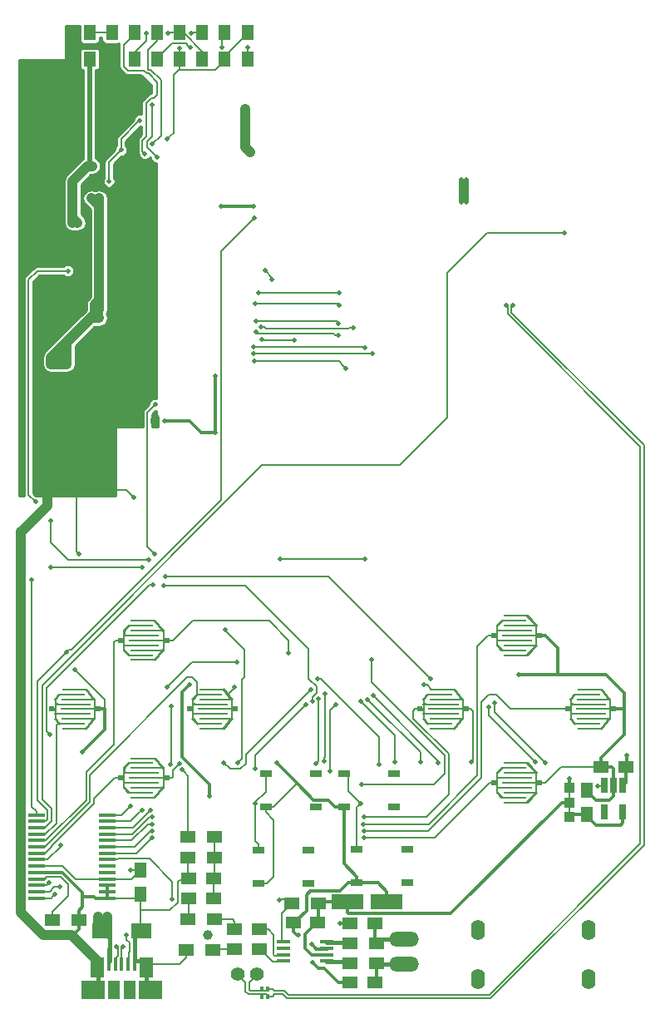
<source format=gbr>
G04 #@! TF.FileFunction,Copper,L1,Top,Signal*
%FSLAX46Y46*%
G04 Gerber Fmt 4.6, Leading zero omitted, Abs format (unit mm)*
G04 Created by KiCad (PCBNEW 4.0.5) date 03/19/17 00:11:40*
%MOMM*%
%LPD*%
G01*
G04 APERTURE LIST*
%ADD10C,0.100000*%
%ADD11C,0.150000*%
%ADD12C,0.152400*%
%ADD13C,1.400000*%
%ADD14O,1.400000X2.100000*%
%ADD15C,1.000000*%
%ADD16C,0.600000*%
%ADD17R,1.500000X1.250000*%
%ADD18R,1.450000X0.450000*%
%ADD19R,1.200000X0.700000*%
%ADD20R,1.173480X1.897380*%
%ADD21R,2.374900X1.897380*%
%ADD22R,1.473200X2.100580*%
%ADD23R,0.449580X1.379220*%
%ADD24O,3.014980X1.506220*%
%ADD25R,1.500000X1.300000*%
%ADD26R,1.300000X1.500000*%
%ADD27R,3.200000X1.500000*%
%ADD28R,1.250000X1.500000*%
%ADD29R,1.750000X0.450000*%
%ADD30R,2.000000X1.600000*%
%ADD31R,0.250000X2.000000*%
%ADD32R,3.500000X0.250000*%
%ADD33R,2.500000X0.250000*%
%ADD34R,3.300000X0.250000*%
%ADD35R,2.600000X0.250000*%
%ADD36R,0.500000X0.500000*%
%ADD37R,0.250000X0.250000*%
%ADD38R,0.500000X0.250000*%
%ADD39R,0.750000X0.250000*%
%ADD40R,0.150000X0.500000*%
%ADD41R,0.250000X0.500000*%
%ADD42R,0.200000X0.200000*%
%ADD43R,0.400000X0.230000*%
%ADD44R,0.400000X0.400000*%
%ADD45R,0.800000X0.230000*%
%ADD46R,1.000000X0.230000*%
%ADD47R,0.250000X0.400000*%
%ADD48R,0.400000X0.250000*%
%ADD49C,0.200000*%
%ADD50R,0.650000X1.560000*%
%ADD51R,1.000000X1.000000*%
%ADD52R,0.400000X0.600000*%
%ADD53C,0.500000*%
%ADD54C,0.900000*%
%ADD55C,0.500000*%
%ADD56C,0.200000*%
%ADD57C,0.300000*%
%ADD58C,1.000000*%
%ADD59C,0.425000*%
%ADD60C,0.750000*%
%ADD61C,0.254000*%
G04 APERTURE END LIST*
D10*
D11*
X126599155Y-140248315D02*
X126599155Y-143248315D01*
D12*
X95449155Y-161300715D02*
X95749155Y-161300715D01*
X95449155Y-160948315D02*
X95749155Y-160948315D01*
D13*
X92785000Y-159260000D03*
X94785000Y-159260000D03*
D14*
X117285000Y-154760000D03*
X117285000Y-159760000D03*
X128535000Y-159760000D03*
X128535000Y-154760000D03*
D15*
X89785000Y-155260000D03*
D16*
X73849155Y-101248315D03*
X73849155Y-105648315D03*
X73849155Y-109948315D03*
X83899155Y-69448315D03*
X83899155Y-68848315D03*
X81199155Y-86248315D03*
X81499155Y-82248315D03*
X81499155Y-79648315D03*
X81499155Y-77448315D03*
X82699155Y-88748315D03*
X79899155Y-88748315D03*
X84199155Y-102948315D03*
X79699155Y-105648315D03*
X76399155Y-105648315D03*
X76399155Y-109948315D03*
X72399155Y-105648315D03*
X74299155Y-93648315D03*
X73399155Y-93648315D03*
X72399155Y-93648315D03*
X75999155Y-92648315D03*
X75199155Y-92748315D03*
X74299155Y-92748315D03*
X73399155Y-92748315D03*
X72399155Y-92748315D03*
X78799155Y-100248315D03*
X78799155Y-99248315D03*
X79799155Y-99248315D03*
X79799155Y-100248315D03*
X80699155Y-100248315D03*
X80699155Y-99248315D03*
D17*
X87849155Y-151548315D03*
X90349155Y-151548315D03*
D18*
X97499155Y-155948315D03*
X97499155Y-156598315D03*
X97499155Y-157248315D03*
X97499155Y-157898315D03*
X101899155Y-157898315D03*
X101899155Y-157248315D03*
X101899155Y-156598315D03*
X101899155Y-155948315D03*
D16*
X74899155Y-79948315D03*
X81099155Y-71248315D03*
X79299155Y-71248315D03*
X76399155Y-66648315D03*
X71099155Y-66648315D03*
X71099155Y-70848315D03*
X71099155Y-75248315D03*
X71099155Y-80948315D03*
X74899155Y-82348315D03*
X77699155Y-78648315D03*
X78599155Y-78648315D03*
X71099155Y-87548315D03*
X72399155Y-101248315D03*
X72399155Y-109948315D03*
X84099155Y-100248315D03*
X84099155Y-99248315D03*
X83299155Y-100248315D03*
X83299155Y-99248315D03*
X75999155Y-90948315D03*
X75199155Y-90948315D03*
X74299155Y-90948315D03*
X73399155Y-90948315D03*
X72399155Y-90948315D03*
X72399155Y-91848315D03*
X73399155Y-91848315D03*
X74299155Y-91848315D03*
X75199155Y-91848315D03*
X75999155Y-91848315D03*
X83299155Y-101248315D03*
X82399155Y-101248315D03*
X81599155Y-101248315D03*
X80699155Y-101248315D03*
X76799155Y-101248315D03*
X77799155Y-101248315D03*
X78799155Y-101248315D03*
X81099155Y-97748315D03*
X80399155Y-97748315D03*
X79699155Y-97748315D03*
X78999155Y-97748315D03*
X78299155Y-97748315D03*
X81099155Y-93548315D03*
X80399155Y-93548315D03*
X79699155Y-93548315D03*
X78999155Y-93548315D03*
X78299155Y-93548315D03*
X81099155Y-94248315D03*
X78299155Y-94248315D03*
X78999155Y-94248315D03*
X79699155Y-94248315D03*
X79699155Y-94948315D03*
X78999155Y-94948315D03*
X78299155Y-94948315D03*
X78299155Y-95648315D03*
X80399155Y-95648315D03*
X79699155Y-95648315D03*
X78999155Y-95648315D03*
X80399155Y-94248315D03*
X80399155Y-94948315D03*
X81099155Y-94948315D03*
X81099155Y-95648315D03*
X81099155Y-96348315D03*
X80399155Y-96348315D03*
X79699155Y-96348315D03*
X78999155Y-96348315D03*
X78299155Y-96348315D03*
X78299155Y-97048315D03*
X81099155Y-97048315D03*
X80399155Y-97048315D03*
X79699155Y-97048315D03*
X78999155Y-97048315D03*
X82399155Y-99248315D03*
X82399155Y-100248315D03*
X81599155Y-100248315D03*
X81599155Y-99248315D03*
X79799155Y-101248315D03*
D19*
X94950000Y-146600000D03*
X94950000Y-150000000D03*
X100050000Y-146600000D03*
X100050000Y-150000000D03*
D17*
X94976000Y-154686000D03*
X92476000Y-154686000D03*
D20*
X80160955Y-160848315D03*
X81837355Y-160848315D03*
D21*
X83912535Y-160848315D03*
X78085775Y-160848315D03*
D22*
X83460415Y-158549615D03*
X78537895Y-158549615D03*
D23*
X79698675Y-158188935D03*
X80348915Y-158188935D03*
X80999155Y-158188935D03*
X81649395Y-158188935D03*
X82299635Y-158188935D03*
D19*
X104950000Y-146550000D03*
X104950000Y-149950000D03*
X110050000Y-146550000D03*
X110050000Y-149950000D03*
D24*
X109728000Y-155702000D03*
X109728000Y-158242000D03*
D25*
X104250000Y-158100000D03*
X106950000Y-158100000D03*
X90449155Y-145248315D03*
X87749155Y-145248315D03*
D17*
X90349155Y-149448315D03*
X87849155Y-149448315D03*
X94976000Y-156718000D03*
X92476000Y-156718000D03*
X100950000Y-154000000D03*
X98450000Y-154000000D03*
D26*
X84599155Y-66120000D03*
X84599155Y-63420000D03*
D25*
X98350000Y-152000000D03*
X101050000Y-152000000D03*
D26*
X79999155Y-63398315D03*
X79999155Y-66098315D03*
D25*
X104250000Y-156100000D03*
X106950000Y-156100000D03*
X87749155Y-147348315D03*
X90449155Y-147348315D03*
X87549155Y-156748315D03*
X90249155Y-156748315D03*
X90449155Y-153648315D03*
X87749155Y-153648315D03*
D19*
X95650000Y-138800000D03*
X95650000Y-142200000D03*
X100750000Y-138800000D03*
X100750000Y-142200000D03*
X103650000Y-138800000D03*
X103650000Y-142200000D03*
X108750000Y-138800000D03*
X108750000Y-142200000D03*
D27*
X104000000Y-151900000D03*
X108000000Y-151900000D03*
D17*
X104250000Y-154100000D03*
X106750000Y-154100000D03*
X104250000Y-160100000D03*
X106750000Y-160100000D03*
D28*
X82885000Y-148610000D03*
X82885000Y-151110000D03*
D29*
X72285000Y-143035000D03*
X72285000Y-143685000D03*
X72285000Y-144335000D03*
X72285000Y-144985000D03*
X72285000Y-145635000D03*
X72285000Y-146285000D03*
X72285000Y-146935000D03*
X72285000Y-147585000D03*
X72285000Y-148235000D03*
X72285000Y-148885000D03*
X72285000Y-149535000D03*
X72285000Y-150185000D03*
X72285000Y-150835000D03*
X72285000Y-151485000D03*
X79485000Y-151485000D03*
X79485000Y-150835000D03*
X79485000Y-150185000D03*
X79485000Y-149535000D03*
X79485000Y-148885000D03*
X79485000Y-148235000D03*
X79485000Y-147585000D03*
X79485000Y-146935000D03*
X79485000Y-146285000D03*
X79485000Y-145635000D03*
X79485000Y-144985000D03*
X79485000Y-144335000D03*
X79485000Y-143685000D03*
X79485000Y-143035000D03*
D30*
X78985000Y-154860000D03*
X82985000Y-154860000D03*
D25*
X76635000Y-153710000D03*
X73935000Y-153710000D03*
D26*
X82296000Y-66120000D03*
X82296000Y-63420000D03*
D31*
X74235000Y-132260000D03*
X78235000Y-132260000D03*
D32*
X76435000Y-132260000D03*
X76108000Y-131760000D03*
D33*
X76175000Y-134260000D03*
D34*
X76489000Y-133260000D03*
D32*
X76108000Y-132760000D03*
D33*
X76175000Y-130260000D03*
D35*
X75925000Y-133760000D03*
D34*
X76489000Y-131260000D03*
D35*
X75925000Y-130760000D03*
D10*
G36*
X77228403Y-130299221D02*
X77419914Y-130138524D01*
X78361597Y-131260779D01*
X78170086Y-131421476D01*
X77228403Y-130299221D01*
X77228403Y-130299221D01*
G37*
G36*
X74298641Y-131421766D02*
X74107129Y-131261069D01*
X74621359Y-130648234D01*
X74812871Y-130808931D01*
X74298641Y-131421766D01*
X74298641Y-131421766D01*
G37*
G36*
X74107129Y-133258931D02*
X74298641Y-133098234D01*
X74812871Y-133711069D01*
X74621359Y-133871766D01*
X74107129Y-133258931D01*
X74107129Y-133258931D01*
G37*
G36*
X77419914Y-134381476D02*
X77228403Y-134220779D01*
X78170086Y-133098524D01*
X78361597Y-133259221D01*
X77419914Y-134381476D01*
X77419914Y-134381476D01*
G37*
D36*
X73885000Y-132260000D03*
X78585000Y-132260000D03*
D37*
X77295000Y-130260000D03*
X78065000Y-131260000D03*
D38*
X78005000Y-133260000D03*
D37*
X77295000Y-134260000D03*
X74745000Y-130760000D03*
D39*
X74485000Y-131760000D03*
D37*
X74755000Y-133760000D03*
D38*
X74395000Y-132760000D03*
D40*
X74265000Y-131420000D03*
D10*
G36*
X74144117Y-131262326D02*
X74272674Y-131109117D01*
X74425883Y-131237674D01*
X74297326Y-131390883D01*
X74144117Y-131262326D01*
X74144117Y-131262326D01*
G37*
D41*
X74235000Y-131600000D03*
D39*
X74955000Y-131760000D03*
X75455000Y-131760000D03*
X78375000Y-132260000D03*
D10*
G36*
X77886629Y-133792394D02*
X77733420Y-133663837D01*
X78183371Y-133127606D01*
X78336580Y-133256163D01*
X77886629Y-133792394D01*
X77886629Y-133792394D01*
G37*
D42*
X78125000Y-133300000D03*
X78225000Y-131330000D03*
D43*
X74345000Y-131750000D03*
D44*
X74075000Y-132270000D03*
D37*
X77165000Y-134260000D03*
X77065000Y-134260000D03*
X76925000Y-134260000D03*
X76785000Y-134260000D03*
X76605000Y-134260000D03*
D45*
X77985000Y-132260000D03*
D46*
X77495000Y-132260000D03*
D47*
X74235000Y-132760000D03*
X74235000Y-133060000D03*
D10*
G36*
X74635462Y-133887129D02*
X74378347Y-133580712D01*
X74554538Y-133432871D01*
X74811653Y-133739288D01*
X74635462Y-133887129D01*
X74635462Y-133887129D01*
G37*
D47*
X78235000Y-133060000D03*
X78235000Y-132780000D03*
X78235000Y-132510000D03*
D48*
X77745000Y-133260000D03*
D10*
G36*
X74110487Y-133239014D02*
X74286677Y-133091173D01*
X74479513Y-133320986D01*
X74303323Y-133468827D01*
X74110487Y-133239014D01*
X74110487Y-133239014D01*
G37*
D49*
X74245000Y-133200000D03*
X78215000Y-133190000D03*
D31*
X111735000Y-132260000D03*
X115735000Y-132260000D03*
D32*
X113935000Y-132260000D03*
X113608000Y-131760000D03*
D33*
X113675000Y-134260000D03*
D34*
X113989000Y-133260000D03*
D32*
X113608000Y-132760000D03*
D33*
X113675000Y-130260000D03*
D35*
X113425000Y-133760000D03*
D34*
X113989000Y-131260000D03*
D35*
X113425000Y-130760000D03*
D10*
G36*
X114728403Y-130299221D02*
X114919914Y-130138524D01*
X115861597Y-131260779D01*
X115670086Y-131421476D01*
X114728403Y-130299221D01*
X114728403Y-130299221D01*
G37*
G36*
X111798641Y-131421766D02*
X111607129Y-131261069D01*
X112121359Y-130648234D01*
X112312871Y-130808931D01*
X111798641Y-131421766D01*
X111798641Y-131421766D01*
G37*
G36*
X111607129Y-133258931D02*
X111798641Y-133098234D01*
X112312871Y-133711069D01*
X112121359Y-133871766D01*
X111607129Y-133258931D01*
X111607129Y-133258931D01*
G37*
G36*
X114919914Y-134381476D02*
X114728403Y-134220779D01*
X115670086Y-133098524D01*
X115861597Y-133259221D01*
X114919914Y-134381476D01*
X114919914Y-134381476D01*
G37*
D36*
X111385000Y-132260000D03*
X116085000Y-132260000D03*
D37*
X114795000Y-130260000D03*
X115565000Y-131260000D03*
D38*
X115505000Y-133260000D03*
D37*
X114795000Y-134260000D03*
X112245000Y-130760000D03*
D39*
X111985000Y-131760000D03*
D37*
X112255000Y-133760000D03*
D38*
X111895000Y-132760000D03*
D40*
X111765000Y-131420000D03*
D10*
G36*
X111644117Y-131262326D02*
X111772674Y-131109117D01*
X111925883Y-131237674D01*
X111797326Y-131390883D01*
X111644117Y-131262326D01*
X111644117Y-131262326D01*
G37*
D41*
X111735000Y-131600000D03*
D39*
X112455000Y-131760000D03*
X112955000Y-131760000D03*
X115875000Y-132260000D03*
D10*
G36*
X115386629Y-133792394D02*
X115233420Y-133663837D01*
X115683371Y-133127606D01*
X115836580Y-133256163D01*
X115386629Y-133792394D01*
X115386629Y-133792394D01*
G37*
D42*
X115625000Y-133300000D03*
X115725000Y-131330000D03*
D43*
X111845000Y-131750000D03*
D44*
X111575000Y-132270000D03*
D37*
X114665000Y-134260000D03*
X114565000Y-134260000D03*
X114425000Y-134260000D03*
X114285000Y-134260000D03*
X114105000Y-134260000D03*
D45*
X115485000Y-132260000D03*
D46*
X114995000Y-132260000D03*
D47*
X111735000Y-132760000D03*
X111735000Y-133060000D03*
D10*
G36*
X112135462Y-133887129D02*
X111878347Y-133580712D01*
X112054538Y-133432871D01*
X112311653Y-133739288D01*
X112135462Y-133887129D01*
X112135462Y-133887129D01*
G37*
D47*
X115735000Y-133060000D03*
X115735000Y-132780000D03*
X115735000Y-132510000D03*
D48*
X115245000Y-133260000D03*
D10*
G36*
X111610487Y-133239014D02*
X111786677Y-133091173D01*
X111979513Y-133320986D01*
X111803323Y-133468827D01*
X111610487Y-133239014D01*
X111610487Y-133239014D01*
G37*
D49*
X111745000Y-133200000D03*
X115715000Y-133190000D03*
D31*
X88235000Y-132260000D03*
X92235000Y-132260000D03*
D32*
X90435000Y-132260000D03*
X90108000Y-131760000D03*
D33*
X90175000Y-134260000D03*
D34*
X90489000Y-133260000D03*
D32*
X90108000Y-132760000D03*
D33*
X90175000Y-130260000D03*
D35*
X89925000Y-133760000D03*
D34*
X90489000Y-131260000D03*
D35*
X89925000Y-130760000D03*
D10*
G36*
X91228403Y-130299221D02*
X91419914Y-130138524D01*
X92361597Y-131260779D01*
X92170086Y-131421476D01*
X91228403Y-130299221D01*
X91228403Y-130299221D01*
G37*
G36*
X88298641Y-131421766D02*
X88107129Y-131261069D01*
X88621359Y-130648234D01*
X88812871Y-130808931D01*
X88298641Y-131421766D01*
X88298641Y-131421766D01*
G37*
G36*
X88107129Y-133258931D02*
X88298641Y-133098234D01*
X88812871Y-133711069D01*
X88621359Y-133871766D01*
X88107129Y-133258931D01*
X88107129Y-133258931D01*
G37*
G36*
X91419914Y-134381476D02*
X91228403Y-134220779D01*
X92170086Y-133098524D01*
X92361597Y-133259221D01*
X91419914Y-134381476D01*
X91419914Y-134381476D01*
G37*
D36*
X87885000Y-132260000D03*
X92585000Y-132260000D03*
D37*
X91295000Y-130260000D03*
X92065000Y-131260000D03*
D38*
X92005000Y-133260000D03*
D37*
X91295000Y-134260000D03*
X88745000Y-130760000D03*
D39*
X88485000Y-131760000D03*
D37*
X88755000Y-133760000D03*
D38*
X88395000Y-132760000D03*
D40*
X88265000Y-131420000D03*
D10*
G36*
X88144117Y-131262326D02*
X88272674Y-131109117D01*
X88425883Y-131237674D01*
X88297326Y-131390883D01*
X88144117Y-131262326D01*
X88144117Y-131262326D01*
G37*
D41*
X88235000Y-131600000D03*
D39*
X88955000Y-131760000D03*
X89455000Y-131760000D03*
X92375000Y-132260000D03*
D10*
G36*
X91886629Y-133792394D02*
X91733420Y-133663837D01*
X92183371Y-133127606D01*
X92336580Y-133256163D01*
X91886629Y-133792394D01*
X91886629Y-133792394D01*
G37*
D42*
X92125000Y-133300000D03*
X92225000Y-131330000D03*
D43*
X88345000Y-131750000D03*
D44*
X88075000Y-132270000D03*
D37*
X91165000Y-134260000D03*
X91065000Y-134260000D03*
X90925000Y-134260000D03*
X90785000Y-134260000D03*
X90605000Y-134260000D03*
D45*
X91985000Y-132260000D03*
D46*
X91495000Y-132260000D03*
D47*
X88235000Y-132760000D03*
X88235000Y-133060000D03*
D10*
G36*
X88635462Y-133887129D02*
X88378347Y-133580712D01*
X88554538Y-133432871D01*
X88811653Y-133739288D01*
X88635462Y-133887129D01*
X88635462Y-133887129D01*
G37*
D47*
X92235000Y-133060000D03*
X92235000Y-132780000D03*
X92235000Y-132510000D03*
D48*
X91745000Y-133260000D03*
D10*
G36*
X88110487Y-133239014D02*
X88286677Y-133091173D01*
X88479513Y-133320986D01*
X88303323Y-133468827D01*
X88110487Y-133239014D01*
X88110487Y-133239014D01*
G37*
D49*
X88245000Y-133200000D03*
X92215000Y-133190000D03*
D31*
X81235000Y-139260000D03*
X85235000Y-139260000D03*
D32*
X83435000Y-139260000D03*
X83108000Y-138760000D03*
D33*
X83175000Y-141260000D03*
D34*
X83489000Y-140260000D03*
D32*
X83108000Y-139760000D03*
D33*
X83175000Y-137260000D03*
D35*
X82925000Y-140760000D03*
D34*
X83489000Y-138260000D03*
D35*
X82925000Y-137760000D03*
D10*
G36*
X84228403Y-137299221D02*
X84419914Y-137138524D01*
X85361597Y-138260779D01*
X85170086Y-138421476D01*
X84228403Y-137299221D01*
X84228403Y-137299221D01*
G37*
G36*
X81298641Y-138421766D02*
X81107129Y-138261069D01*
X81621359Y-137648234D01*
X81812871Y-137808931D01*
X81298641Y-138421766D01*
X81298641Y-138421766D01*
G37*
G36*
X81107129Y-140258931D02*
X81298641Y-140098234D01*
X81812871Y-140711069D01*
X81621359Y-140871766D01*
X81107129Y-140258931D01*
X81107129Y-140258931D01*
G37*
G36*
X84419914Y-141381476D02*
X84228403Y-141220779D01*
X85170086Y-140098524D01*
X85361597Y-140259221D01*
X84419914Y-141381476D01*
X84419914Y-141381476D01*
G37*
D36*
X80885000Y-139260000D03*
X85585000Y-139260000D03*
D37*
X84295000Y-137260000D03*
X85065000Y-138260000D03*
D38*
X85005000Y-140260000D03*
D37*
X84295000Y-141260000D03*
X81745000Y-137760000D03*
D39*
X81485000Y-138760000D03*
D37*
X81755000Y-140760000D03*
D38*
X81395000Y-139760000D03*
D40*
X81265000Y-138420000D03*
D10*
G36*
X81144117Y-138262326D02*
X81272674Y-138109117D01*
X81425883Y-138237674D01*
X81297326Y-138390883D01*
X81144117Y-138262326D01*
X81144117Y-138262326D01*
G37*
D41*
X81235000Y-138600000D03*
D39*
X81955000Y-138760000D03*
X82455000Y-138760000D03*
X85375000Y-139260000D03*
D10*
G36*
X84886629Y-140792394D02*
X84733420Y-140663837D01*
X85183371Y-140127606D01*
X85336580Y-140256163D01*
X84886629Y-140792394D01*
X84886629Y-140792394D01*
G37*
D42*
X85125000Y-140300000D03*
X85225000Y-138330000D03*
D43*
X81345000Y-138750000D03*
D44*
X81075000Y-139270000D03*
D37*
X84165000Y-141260000D03*
X84065000Y-141260000D03*
X83925000Y-141260000D03*
X83785000Y-141260000D03*
X83605000Y-141260000D03*
D45*
X84985000Y-139260000D03*
D46*
X84495000Y-139260000D03*
D47*
X81235000Y-139760000D03*
X81235000Y-140060000D03*
D10*
G36*
X81635462Y-140887129D02*
X81378347Y-140580712D01*
X81554538Y-140432871D01*
X81811653Y-140739288D01*
X81635462Y-140887129D01*
X81635462Y-140887129D01*
G37*
D47*
X85235000Y-140060000D03*
X85235000Y-139780000D03*
X85235000Y-139510000D03*
D48*
X84745000Y-140260000D03*
D10*
G36*
X81110487Y-140239014D02*
X81286677Y-140091173D01*
X81479513Y-140320986D01*
X81303323Y-140468827D01*
X81110487Y-140239014D01*
X81110487Y-140239014D01*
G37*
D49*
X81245000Y-140200000D03*
X85215000Y-140190000D03*
D31*
X119235000Y-139760000D03*
X123235000Y-139760000D03*
D32*
X121435000Y-139760000D03*
X121108000Y-139260000D03*
D33*
X121175000Y-141760000D03*
D34*
X121489000Y-140760000D03*
D32*
X121108000Y-140260000D03*
D33*
X121175000Y-137760000D03*
D35*
X120925000Y-141260000D03*
D34*
X121489000Y-138760000D03*
D35*
X120925000Y-138260000D03*
D10*
G36*
X122228403Y-137799221D02*
X122419914Y-137638524D01*
X123361597Y-138760779D01*
X123170086Y-138921476D01*
X122228403Y-137799221D01*
X122228403Y-137799221D01*
G37*
G36*
X119298641Y-138921766D02*
X119107129Y-138761069D01*
X119621359Y-138148234D01*
X119812871Y-138308931D01*
X119298641Y-138921766D01*
X119298641Y-138921766D01*
G37*
G36*
X119107129Y-140758931D02*
X119298641Y-140598234D01*
X119812871Y-141211069D01*
X119621359Y-141371766D01*
X119107129Y-140758931D01*
X119107129Y-140758931D01*
G37*
G36*
X122419914Y-141881476D02*
X122228403Y-141720779D01*
X123170086Y-140598524D01*
X123361597Y-140759221D01*
X122419914Y-141881476D01*
X122419914Y-141881476D01*
G37*
D36*
X118885000Y-139760000D03*
X123585000Y-139760000D03*
D37*
X122295000Y-137760000D03*
X123065000Y-138760000D03*
D38*
X123005000Y-140760000D03*
D37*
X122295000Y-141760000D03*
X119745000Y-138260000D03*
D39*
X119485000Y-139260000D03*
D37*
X119755000Y-141260000D03*
D38*
X119395000Y-140260000D03*
D40*
X119265000Y-138920000D03*
D10*
G36*
X119144117Y-138762326D02*
X119272674Y-138609117D01*
X119425883Y-138737674D01*
X119297326Y-138890883D01*
X119144117Y-138762326D01*
X119144117Y-138762326D01*
G37*
D41*
X119235000Y-139100000D03*
D39*
X119955000Y-139260000D03*
X120455000Y-139260000D03*
X123375000Y-139760000D03*
D10*
G36*
X122886629Y-141292394D02*
X122733420Y-141163837D01*
X123183371Y-140627606D01*
X123336580Y-140756163D01*
X122886629Y-141292394D01*
X122886629Y-141292394D01*
G37*
D42*
X123125000Y-140800000D03*
X123225000Y-138830000D03*
D43*
X119345000Y-139250000D03*
D44*
X119075000Y-139770000D03*
D37*
X122165000Y-141760000D03*
X122065000Y-141760000D03*
X121925000Y-141760000D03*
X121785000Y-141760000D03*
X121605000Y-141760000D03*
D45*
X122985000Y-139760000D03*
D46*
X122495000Y-139760000D03*
D47*
X119235000Y-140260000D03*
X119235000Y-140560000D03*
D10*
G36*
X119635462Y-141387129D02*
X119378347Y-141080712D01*
X119554538Y-140932871D01*
X119811653Y-141239288D01*
X119635462Y-141387129D01*
X119635462Y-141387129D01*
G37*
D47*
X123235000Y-140560000D03*
X123235000Y-140280000D03*
X123235000Y-140010000D03*
D48*
X122745000Y-140760000D03*
D10*
G36*
X119110487Y-140739014D02*
X119286677Y-140591173D01*
X119479513Y-140820986D01*
X119303323Y-140968827D01*
X119110487Y-140739014D01*
X119110487Y-140739014D01*
G37*
D49*
X119245000Y-140700000D03*
X123215000Y-140690000D03*
D31*
X81235000Y-125260000D03*
X85235000Y-125260000D03*
D32*
X83435000Y-125260000D03*
X83108000Y-124760000D03*
D33*
X83175000Y-127260000D03*
D34*
X83489000Y-126260000D03*
D32*
X83108000Y-125760000D03*
D33*
X83175000Y-123260000D03*
D35*
X82925000Y-126760000D03*
D34*
X83489000Y-124260000D03*
D35*
X82925000Y-123760000D03*
D10*
G36*
X84228403Y-123299221D02*
X84419914Y-123138524D01*
X85361597Y-124260779D01*
X85170086Y-124421476D01*
X84228403Y-123299221D01*
X84228403Y-123299221D01*
G37*
G36*
X81298641Y-124421766D02*
X81107129Y-124261069D01*
X81621359Y-123648234D01*
X81812871Y-123808931D01*
X81298641Y-124421766D01*
X81298641Y-124421766D01*
G37*
G36*
X81107129Y-126258931D02*
X81298641Y-126098234D01*
X81812871Y-126711069D01*
X81621359Y-126871766D01*
X81107129Y-126258931D01*
X81107129Y-126258931D01*
G37*
G36*
X84419914Y-127381476D02*
X84228403Y-127220779D01*
X85170086Y-126098524D01*
X85361597Y-126259221D01*
X84419914Y-127381476D01*
X84419914Y-127381476D01*
G37*
D36*
X80885000Y-125260000D03*
X85585000Y-125260000D03*
D37*
X84295000Y-123260000D03*
X85065000Y-124260000D03*
D38*
X85005000Y-126260000D03*
D37*
X84295000Y-127260000D03*
X81745000Y-123760000D03*
D39*
X81485000Y-124760000D03*
D37*
X81755000Y-126760000D03*
D38*
X81395000Y-125760000D03*
D40*
X81265000Y-124420000D03*
D10*
G36*
X81144117Y-124262326D02*
X81272674Y-124109117D01*
X81425883Y-124237674D01*
X81297326Y-124390883D01*
X81144117Y-124262326D01*
X81144117Y-124262326D01*
G37*
D41*
X81235000Y-124600000D03*
D39*
X81955000Y-124760000D03*
X82455000Y-124760000D03*
X85375000Y-125260000D03*
D10*
G36*
X84886629Y-126792394D02*
X84733420Y-126663837D01*
X85183371Y-126127606D01*
X85336580Y-126256163D01*
X84886629Y-126792394D01*
X84886629Y-126792394D01*
G37*
D42*
X85125000Y-126300000D03*
X85225000Y-124330000D03*
D43*
X81345000Y-124750000D03*
D44*
X81075000Y-125270000D03*
D37*
X84165000Y-127260000D03*
X84065000Y-127260000D03*
X83925000Y-127260000D03*
X83785000Y-127260000D03*
X83605000Y-127260000D03*
D45*
X84985000Y-125260000D03*
D46*
X84495000Y-125260000D03*
D47*
X81235000Y-125760000D03*
X81235000Y-126060000D03*
D10*
G36*
X81635462Y-126887129D02*
X81378347Y-126580712D01*
X81554538Y-126432871D01*
X81811653Y-126739288D01*
X81635462Y-126887129D01*
X81635462Y-126887129D01*
G37*
D47*
X85235000Y-126060000D03*
X85235000Y-125780000D03*
X85235000Y-125510000D03*
D48*
X84745000Y-126260000D03*
D10*
G36*
X81110487Y-126239014D02*
X81286677Y-126091173D01*
X81479513Y-126320986D01*
X81303323Y-126468827D01*
X81110487Y-126239014D01*
X81110487Y-126239014D01*
G37*
D49*
X81245000Y-126200000D03*
X85215000Y-126190000D03*
D31*
X126735000Y-132260000D03*
X130735000Y-132260000D03*
D32*
X128935000Y-132260000D03*
X128608000Y-131760000D03*
D33*
X128675000Y-134260000D03*
D34*
X128989000Y-133260000D03*
D32*
X128608000Y-132760000D03*
D33*
X128675000Y-130260000D03*
D35*
X128425000Y-133760000D03*
D34*
X128989000Y-131260000D03*
D35*
X128425000Y-130760000D03*
D10*
G36*
X129728403Y-130299221D02*
X129919914Y-130138524D01*
X130861597Y-131260779D01*
X130670086Y-131421476D01*
X129728403Y-130299221D01*
X129728403Y-130299221D01*
G37*
G36*
X126798641Y-131421766D02*
X126607129Y-131261069D01*
X127121359Y-130648234D01*
X127312871Y-130808931D01*
X126798641Y-131421766D01*
X126798641Y-131421766D01*
G37*
G36*
X126607129Y-133258931D02*
X126798641Y-133098234D01*
X127312871Y-133711069D01*
X127121359Y-133871766D01*
X126607129Y-133258931D01*
X126607129Y-133258931D01*
G37*
G36*
X129919914Y-134381476D02*
X129728403Y-134220779D01*
X130670086Y-133098524D01*
X130861597Y-133259221D01*
X129919914Y-134381476D01*
X129919914Y-134381476D01*
G37*
D36*
X126385000Y-132260000D03*
X131085000Y-132260000D03*
D37*
X129795000Y-130260000D03*
X130565000Y-131260000D03*
D38*
X130505000Y-133260000D03*
D37*
X129795000Y-134260000D03*
X127245000Y-130760000D03*
D39*
X126985000Y-131760000D03*
D37*
X127255000Y-133760000D03*
D38*
X126895000Y-132760000D03*
D40*
X126765000Y-131420000D03*
D10*
G36*
X126644117Y-131262326D02*
X126772674Y-131109117D01*
X126925883Y-131237674D01*
X126797326Y-131390883D01*
X126644117Y-131262326D01*
X126644117Y-131262326D01*
G37*
D41*
X126735000Y-131600000D03*
D39*
X127455000Y-131760000D03*
X127955000Y-131760000D03*
X130875000Y-132260000D03*
D10*
G36*
X130386629Y-133792394D02*
X130233420Y-133663837D01*
X130683371Y-133127606D01*
X130836580Y-133256163D01*
X130386629Y-133792394D01*
X130386629Y-133792394D01*
G37*
D42*
X130625000Y-133300000D03*
X130725000Y-131330000D03*
D43*
X126845000Y-131750000D03*
D44*
X126575000Y-132270000D03*
D37*
X129665000Y-134260000D03*
X129565000Y-134260000D03*
X129425000Y-134260000D03*
X129285000Y-134260000D03*
X129105000Y-134260000D03*
D45*
X130485000Y-132260000D03*
D46*
X129995000Y-132260000D03*
D47*
X126735000Y-132760000D03*
X126735000Y-133060000D03*
D10*
G36*
X127135462Y-133887129D02*
X126878347Y-133580712D01*
X127054538Y-133432871D01*
X127311653Y-133739288D01*
X127135462Y-133887129D01*
X127135462Y-133887129D01*
G37*
D47*
X130735000Y-133060000D03*
X130735000Y-132780000D03*
X130735000Y-132510000D03*
D48*
X130245000Y-133260000D03*
D10*
G36*
X126610487Y-133239014D02*
X126786677Y-133091173D01*
X126979513Y-133320986D01*
X126803323Y-133468827D01*
X126610487Y-133239014D01*
X126610487Y-133239014D01*
G37*
D49*
X126745000Y-133200000D03*
X130715000Y-133190000D03*
D31*
X119235000Y-124760000D03*
X123235000Y-124760000D03*
D32*
X121435000Y-124760000D03*
X121108000Y-124260000D03*
D33*
X121175000Y-126760000D03*
D34*
X121489000Y-125760000D03*
D32*
X121108000Y-125260000D03*
D33*
X121175000Y-122760000D03*
D35*
X120925000Y-126260000D03*
D34*
X121489000Y-123760000D03*
D35*
X120925000Y-123260000D03*
D10*
G36*
X122228403Y-122799221D02*
X122419914Y-122638524D01*
X123361597Y-123760779D01*
X123170086Y-123921476D01*
X122228403Y-122799221D01*
X122228403Y-122799221D01*
G37*
G36*
X119298641Y-123921766D02*
X119107129Y-123761069D01*
X119621359Y-123148234D01*
X119812871Y-123308931D01*
X119298641Y-123921766D01*
X119298641Y-123921766D01*
G37*
G36*
X119107129Y-125758931D02*
X119298641Y-125598234D01*
X119812871Y-126211069D01*
X119621359Y-126371766D01*
X119107129Y-125758931D01*
X119107129Y-125758931D01*
G37*
G36*
X122419914Y-126881476D02*
X122228403Y-126720779D01*
X123170086Y-125598524D01*
X123361597Y-125759221D01*
X122419914Y-126881476D01*
X122419914Y-126881476D01*
G37*
D36*
X118885000Y-124760000D03*
X123585000Y-124760000D03*
D37*
X122295000Y-122760000D03*
X123065000Y-123760000D03*
D38*
X123005000Y-125760000D03*
D37*
X122295000Y-126760000D03*
X119745000Y-123260000D03*
D39*
X119485000Y-124260000D03*
D37*
X119755000Y-126260000D03*
D38*
X119395000Y-125260000D03*
D40*
X119265000Y-123920000D03*
D10*
G36*
X119144117Y-123762326D02*
X119272674Y-123609117D01*
X119425883Y-123737674D01*
X119297326Y-123890883D01*
X119144117Y-123762326D01*
X119144117Y-123762326D01*
G37*
D41*
X119235000Y-124100000D03*
D39*
X119955000Y-124260000D03*
X120455000Y-124260000D03*
X123375000Y-124760000D03*
D10*
G36*
X122886629Y-126292394D02*
X122733420Y-126163837D01*
X123183371Y-125627606D01*
X123336580Y-125756163D01*
X122886629Y-126292394D01*
X122886629Y-126292394D01*
G37*
D42*
X123125000Y-125800000D03*
X123225000Y-123830000D03*
D43*
X119345000Y-124250000D03*
D44*
X119075000Y-124770000D03*
D37*
X122165000Y-126760000D03*
X122065000Y-126760000D03*
X121925000Y-126760000D03*
X121785000Y-126760000D03*
X121605000Y-126760000D03*
D45*
X122985000Y-124760000D03*
D46*
X122495000Y-124760000D03*
D47*
X119235000Y-125260000D03*
X119235000Y-125560000D03*
D10*
G36*
X119635462Y-126387129D02*
X119378347Y-126080712D01*
X119554538Y-125932871D01*
X119811653Y-126239288D01*
X119635462Y-126387129D01*
X119635462Y-126387129D01*
G37*
D47*
X123235000Y-125560000D03*
X123235000Y-125280000D03*
X123235000Y-125010000D03*
D48*
X122745000Y-125760000D03*
D10*
G36*
X119110487Y-125739014D02*
X119286677Y-125591173D01*
X119479513Y-125820986D01*
X119303323Y-125968827D01*
X119110487Y-125739014D01*
X119110487Y-125739014D01*
G37*
D49*
X119245000Y-125700000D03*
X123215000Y-125690000D03*
D16*
X79699155Y-109948315D03*
D17*
X129849155Y-138148315D03*
X132349155Y-138148315D03*
D28*
X128399155Y-142998315D03*
X128399155Y-140498315D03*
D50*
X132049155Y-140048315D03*
X131099155Y-140048315D03*
X130149155Y-140048315D03*
X130149155Y-142748315D03*
X132049155Y-142748315D03*
D26*
X93799155Y-63398315D03*
X93799155Y-66098315D03*
X91499155Y-63398315D03*
X91499155Y-66098315D03*
X89199155Y-63398315D03*
X89199155Y-66098315D03*
X86899155Y-63420000D03*
X86899155Y-66120000D03*
X77724000Y-63398315D03*
X77724000Y-66098315D03*
D51*
X126599155Y-143248315D03*
X126599155Y-141748315D03*
X126599155Y-140248315D03*
D52*
X95299155Y-160723315D03*
X95899155Y-160723315D03*
X95899155Y-161525715D03*
X95299155Y-161525715D03*
D53*
X76628354Y-116472826D03*
X82249155Y-110748315D03*
X98967990Y-155260087D03*
X97999155Y-126548315D03*
X86849155Y-137798315D03*
X121432000Y-128748315D03*
X100399155Y-158048313D03*
X116099155Y-80648315D03*
X115599155Y-80648315D03*
X116099155Y-78348315D03*
X115599155Y-78348315D03*
X93599155Y-71748315D03*
X93599155Y-71148315D03*
X94099155Y-75548315D03*
X93599155Y-75048315D03*
X90499155Y-98348315D03*
X90499155Y-104148311D03*
X85399155Y-102948315D03*
X96799155Y-137748315D03*
D54*
X80260000Y-67564000D03*
D53*
X76200038Y-128270000D03*
X100330000Y-156210114D03*
X111760000Y-129794000D03*
X116586000Y-137668000D03*
X92456000Y-130048000D03*
X76962000Y-136652000D03*
X103185000Y-154060000D03*
X83049155Y-117798315D03*
X73749155Y-117798315D03*
X81899155Y-148648315D03*
X126599155Y-139348315D03*
X132399155Y-136948315D03*
X87899155Y-129748315D03*
X89899155Y-141148315D03*
X91099155Y-81048315D03*
X94399155Y-81048315D03*
X100941382Y-129212710D03*
X107200000Y-137900000D03*
X100241810Y-130292787D03*
X91400000Y-137700000D03*
X99750000Y-131800000D03*
X94592705Y-138294663D03*
X95575385Y-87607431D03*
X96298842Y-88528642D03*
X85447336Y-118768664D03*
X112449990Y-129200000D03*
X91503419Y-124203419D03*
X92800000Y-137749990D03*
X95243231Y-94656769D03*
X98549967Y-94700004D03*
X87126727Y-138440943D03*
X106500002Y-96100000D03*
X118998417Y-131640135D03*
X94410581Y-96106069D03*
X124100000Y-137700000D03*
X105750000Y-95500000D03*
X118406010Y-132013055D03*
X94400751Y-95406126D03*
X123100000Y-137600000D03*
X105750010Y-117000000D03*
X97150043Y-116955101D03*
X103124000Y-89916000D03*
X94954441Y-89907475D03*
X103124000Y-91186000D03*
X113241990Y-137695916D03*
X106584533Y-130857365D03*
X94600000Y-91000000D03*
X103849968Y-97559452D03*
X106059082Y-131319878D03*
X94527619Y-96845354D03*
X111400000Y-137599989D03*
X103081990Y-93016237D03*
X94704218Y-92806092D03*
X105365721Y-131452288D03*
X108800000Y-137599989D03*
X104600008Y-93400000D03*
X95181302Y-93387566D03*
X103081990Y-94162329D03*
X94711052Y-93906103D03*
X101050937Y-131174365D03*
X74168000Y-151130000D03*
X100800000Y-137800000D03*
X85969824Y-137849814D03*
X86047632Y-131948034D03*
D54*
X77899155Y-80248315D03*
X78699155Y-80248315D03*
X73799155Y-97148315D03*
X74599155Y-97148315D03*
X78699155Y-90648345D03*
X78699155Y-92448315D03*
X78699155Y-91548315D03*
X75399155Y-97148319D03*
X79499155Y-153348315D03*
X78599155Y-153348315D03*
D53*
X74718010Y-150368000D03*
X101680874Y-130705154D03*
X101600000Y-137550022D03*
X73612562Y-149906783D03*
X102212154Y-138593418D03*
X102774015Y-131798294D03*
X129499155Y-140098315D03*
X86149145Y-151626091D03*
X97028000Y-151653010D03*
X85597990Y-130048000D03*
X74737384Y-146111384D03*
X92710000Y-127508000D03*
X105313110Y-141854153D03*
X83938110Y-142553055D03*
X83069651Y-142505651D03*
X94599988Y-141854153D03*
X81857684Y-142136484D03*
X106426000Y-127254000D03*
X105410000Y-139954000D03*
X105598253Y-143953072D03*
X84132422Y-143953570D03*
X105654826Y-145349773D03*
X84074405Y-145350002D03*
X105670486Y-144649936D03*
X84062584Y-144650090D03*
X105662490Y-143256019D03*
X84074000Y-143256000D03*
D54*
X77999155Y-76998315D03*
X77499155Y-76998315D03*
X76499155Y-82748315D03*
X75999155Y-82748315D03*
D53*
X91199155Y-64898265D03*
X87999155Y-64948315D03*
X93799155Y-64948315D03*
X82849145Y-72317508D03*
X80924164Y-75350807D03*
X79699155Y-78548329D03*
X83715333Y-117022836D03*
X84199165Y-119562231D03*
X73660000Y-134874000D03*
X73749155Y-113048315D03*
X75499155Y-87648313D03*
X72199155Y-111148315D03*
X84573131Y-76079533D03*
X84109034Y-70748315D03*
X84399169Y-101248315D03*
X84342334Y-116481128D03*
X85299155Y-119648315D03*
X100399155Y-131448315D03*
X75402018Y-126454449D03*
X94488006Y-82296000D03*
X84121322Y-74748326D03*
X80449155Y-156448315D03*
X81149155Y-156448315D03*
X88099155Y-63448315D03*
X86899155Y-65020015D03*
X85650481Y-74245037D03*
X83499155Y-63448315D03*
X85699155Y-63448315D03*
X83349151Y-75745689D03*
X126099155Y-83748315D03*
X81499155Y-155248315D03*
X120849155Y-91148315D03*
X120149155Y-91148315D03*
X71849999Y-119098315D03*
D55*
X83899155Y-69448315D02*
X83849164Y-69498306D01*
X83849164Y-69498306D02*
X83771333Y-69498306D01*
X83771333Y-69498306D02*
X82949145Y-70320494D01*
X83899155Y-68848315D02*
X82899155Y-67848315D01*
X83899155Y-68848315D02*
X83899155Y-69448315D01*
D56*
X85375000Y-125260000D02*
X86237470Y-125260000D01*
X86237470Y-125260000D02*
X88249155Y-123248315D01*
X88249155Y-123248315D02*
X95999155Y-123248315D01*
X95999155Y-123248315D02*
X97999155Y-125248315D01*
X97999155Y-125248315D02*
X97999155Y-126548315D01*
X76399155Y-116243627D02*
X76628354Y-116472826D01*
X76399155Y-109948315D02*
X76399155Y-116243627D01*
X85375000Y-139260000D02*
X86087470Y-139260000D01*
X86087470Y-139260000D02*
X86174155Y-139173315D01*
X86174155Y-139173315D02*
X86174155Y-138473315D01*
X86174155Y-138473315D02*
X86849155Y-137798315D01*
D57*
X78386685Y-132248315D02*
X78974155Y-132248315D01*
X78974155Y-132248315D02*
X79248000Y-132248315D01*
D56*
X78949155Y-132260000D02*
X78962470Y-132260000D01*
X78962470Y-132260000D02*
X78974155Y-132248315D01*
X79212470Y-132260000D02*
X79224155Y-132248315D01*
D57*
X78375000Y-132260000D02*
X78386685Y-132248315D01*
X79248000Y-132248315D02*
X79248000Y-132588000D01*
D56*
X116586000Y-137668000D02*
X116749155Y-137504845D01*
X116749155Y-137504845D02*
X116749155Y-132448315D01*
X116749155Y-132448315D02*
X116560840Y-132260000D01*
X116560840Y-132260000D02*
X116085000Y-132260000D01*
D58*
X94099155Y-75548315D02*
X93599155Y-75048315D01*
X94099155Y-75548315D02*
X93599155Y-75048315D01*
X93599155Y-71148315D02*
X93599155Y-75048315D01*
D56*
X81449155Y-109948315D02*
X79699155Y-109948315D01*
X82249155Y-110748315D02*
X81449155Y-109948315D01*
D57*
X98785087Y-155260087D02*
X98967990Y-155260087D01*
X98450000Y-154000000D02*
X98450000Y-154925000D01*
X98450000Y-154925000D02*
X98785087Y-155260087D01*
X100550839Y-141499999D02*
X98899155Y-139848315D01*
X98899155Y-139848315D02*
X97049154Y-137998314D01*
D56*
X95650000Y-142200000D02*
X96450000Y-142200000D01*
X96450000Y-142200000D02*
X98801685Y-139848315D01*
X98801685Y-139848315D02*
X98899155Y-139848315D01*
X82885000Y-152908000D02*
X82885000Y-152748315D01*
X82885000Y-152748315D02*
X82885000Y-151110000D01*
X86699155Y-151948315D02*
X85899155Y-152748315D01*
X85899155Y-152748315D02*
X82885000Y-152748315D01*
X86699155Y-149848315D02*
X86699155Y-151948315D01*
X86899155Y-149648315D02*
X86699155Y-149848315D01*
X87849155Y-149648315D02*
X86899155Y-149648315D01*
X87749155Y-147548315D02*
X87749155Y-149548315D01*
X87749155Y-149548315D02*
X87849155Y-149648315D01*
D58*
X75899445Y-155248315D02*
X72999155Y-155248315D01*
X72999155Y-155248315D02*
X70699155Y-152948315D01*
X70699155Y-114148315D02*
X70799155Y-114148315D01*
X70699155Y-152948315D02*
X70699155Y-114148315D01*
X70799155Y-114148315D02*
X73399155Y-111548315D01*
X73399155Y-111548315D02*
X73399155Y-110248315D01*
D56*
X124146000Y-139760000D02*
X125757685Y-138148315D01*
X125757685Y-138148315D02*
X129849155Y-138148315D01*
D57*
X103650000Y-142200000D02*
X102750000Y-142200000D01*
X102750000Y-142200000D02*
X102049999Y-141499999D01*
X102049999Y-141499999D02*
X100550839Y-141499999D01*
X97049154Y-137998314D02*
X96799155Y-137748315D01*
X104950000Y-149950000D02*
X104950000Y-149300000D01*
X104950000Y-149300000D02*
X103650000Y-148000000D01*
X103650000Y-148000000D02*
X103650000Y-142850000D01*
X103650000Y-142850000D02*
X103650000Y-142200000D01*
X108000000Y-151900000D02*
X108000000Y-150850000D01*
X108000000Y-150850000D02*
X107100000Y-149950000D01*
X107100000Y-149950000D02*
X105850000Y-149950000D01*
X105850000Y-149950000D02*
X104950000Y-149950000D01*
X99799155Y-152775845D02*
X99799155Y-151220843D01*
X99799155Y-151220843D02*
X100219999Y-150799999D01*
X100219999Y-150799999D02*
X103200001Y-150799999D01*
X103200001Y-150799999D02*
X104050000Y-149950000D01*
X104050000Y-149950000D02*
X104950000Y-149950000D01*
X98450000Y-154000000D02*
X98575000Y-154000000D01*
X98575000Y-154000000D02*
X99799155Y-152775845D01*
X131099155Y-140048315D02*
X131099155Y-141128315D01*
X131099155Y-141128315D02*
X130679155Y-141548315D01*
X130679155Y-141548315D02*
X129324155Y-141548315D01*
X129324155Y-141548315D02*
X128399155Y-140623315D01*
X128399155Y-140623315D02*
X128399155Y-140498315D01*
X132199155Y-132248315D02*
X132199155Y-130648315D01*
X132199155Y-134873315D02*
X132199155Y-132248315D01*
X132199155Y-132248315D02*
X132187470Y-132260000D01*
X132187470Y-132260000D02*
X131085000Y-132260000D01*
X130299155Y-128748315D02*
X125399155Y-128748315D01*
X125399155Y-128748315D02*
X121432000Y-128748315D01*
X123585000Y-124760000D02*
X124135000Y-124760000D01*
X124135000Y-124760000D02*
X125399155Y-126024155D01*
X125399155Y-126024155D02*
X125399155Y-128748315D01*
X132199155Y-130648315D02*
X130299155Y-128748315D01*
X129849155Y-138148315D02*
X129849155Y-137223315D01*
X129849155Y-137223315D02*
X132199155Y-134873315D01*
X129849155Y-138148315D02*
X130899155Y-138148315D01*
X130899155Y-138148315D02*
X131099155Y-138348315D01*
X131099155Y-138348315D02*
X131099155Y-138968315D01*
X131099155Y-138968315D02*
X131099155Y-140048315D01*
X102949154Y-159998314D02*
X101599155Y-158648315D01*
X101599155Y-158648315D02*
X100999157Y-158648315D01*
X100999157Y-158648315D02*
X100649154Y-158298312D01*
X100649154Y-158298312D02*
X100399155Y-158048313D01*
X103050840Y-160100000D02*
X102949154Y-159998314D01*
X104250000Y-160100000D02*
X103050840Y-160100000D01*
D55*
X116099155Y-78348315D02*
X116099155Y-80648315D01*
X115599155Y-78348315D02*
X115599155Y-80648315D01*
D58*
X93599155Y-75048315D02*
X93599155Y-71748315D01*
X93599155Y-71748315D02*
X93599155Y-71148315D01*
D57*
X76635000Y-153710000D02*
X76635000Y-154660000D01*
X76635000Y-154660000D02*
X76046685Y-155248315D01*
X76046685Y-155248315D02*
X75899445Y-155248315D01*
D58*
X78588740Y-158251300D02*
X78588740Y-157937610D01*
X78588740Y-157937610D02*
X75899445Y-155248315D01*
D59*
X83511260Y-158251300D02*
X83511260Y-160097880D01*
X83511260Y-160097880D02*
X83963380Y-160550000D01*
X78588740Y-158251300D02*
X78588740Y-160097880D01*
X78588740Y-160097880D02*
X78136620Y-160550000D01*
X82350480Y-157890620D02*
X83150580Y-157890620D01*
X83150580Y-157890620D02*
X83511260Y-158251300D01*
D57*
X90499155Y-104148311D02*
X89099151Y-104148311D01*
X89099151Y-104148311D02*
X87899155Y-102948315D01*
X87899155Y-102948315D02*
X85399155Y-102948315D01*
X90499155Y-104148311D02*
X90499155Y-98348315D01*
X104250000Y-154100000D02*
X104375000Y-154100000D01*
X103185000Y-154060000D02*
X104210000Y-154060000D01*
X104210000Y-154060000D02*
X104250000Y-154100000D01*
X79485000Y-151485000D02*
X79485000Y-150185000D01*
X76985000Y-150891987D02*
X76985000Y-151348315D01*
X76985000Y-151348315D02*
X76985000Y-152410000D01*
X79485000Y-151485000D02*
X78310000Y-151485000D01*
X78310000Y-151485000D02*
X78173315Y-151348315D01*
X78173315Y-151348315D02*
X76985000Y-151348315D01*
D55*
X80010000Y-67314000D02*
X80260000Y-67564000D01*
X80010000Y-66120000D02*
X80010000Y-67314000D01*
D56*
X79248000Y-132588000D02*
X79248000Y-131317962D01*
X79248000Y-131317962D02*
X76450037Y-128519999D01*
X76450037Y-128519999D02*
X76200038Y-128270000D01*
X124146000Y-139760000D02*
X123375000Y-139760000D01*
X82885000Y-154760000D02*
X82885000Y-152908000D01*
D59*
X82350480Y-157890620D02*
X82350480Y-155494520D01*
X82350480Y-155494520D02*
X82985000Y-154860000D01*
D56*
X87550000Y-156718000D02*
X87650000Y-156718000D01*
X98450000Y-154000000D02*
X98628000Y-154000000D01*
X98628000Y-154000000D02*
X98806000Y-154178000D01*
D57*
X100579999Y-156460113D02*
X100330000Y-156210114D01*
X100804886Y-156685000D02*
X100579999Y-156460113D01*
X101935000Y-156685000D02*
X100804886Y-156685000D01*
D56*
X83185000Y-154860000D02*
X82985000Y-154860000D01*
X113675000Y-130260000D02*
X112550000Y-130260000D01*
X112084000Y-129794000D02*
X111760000Y-129794000D01*
X112550000Y-130260000D02*
X112084000Y-129794000D01*
X94950000Y-150000000D02*
X95750000Y-150000000D01*
X96450000Y-149300000D02*
X96450000Y-143550000D01*
X95750000Y-150000000D02*
X96450000Y-149300000D01*
X96450000Y-143550000D02*
X95650000Y-142750000D01*
X95650000Y-142750000D02*
X95650000Y-142200000D01*
X83963380Y-159953710D02*
X83963380Y-160550000D01*
X83511260Y-158251300D02*
X86866700Y-158251300D01*
X86866700Y-158251300D02*
X87550000Y-157568000D01*
X87550000Y-157568000D02*
X87550000Y-156718000D01*
D57*
X74972521Y-148879508D02*
X76985000Y-150891987D01*
X72285000Y-148885000D02*
X72290492Y-148879508D01*
X72290492Y-148879508D02*
X74972521Y-148879508D01*
D56*
X92456000Y-130048000D02*
X92456000Y-130119000D01*
X92456000Y-130119000D02*
X91795000Y-130780000D01*
D57*
X79248000Y-132588000D02*
X79248000Y-134366000D01*
X79248000Y-134366000D02*
X76962000Y-136652000D01*
X76635000Y-152760000D02*
X76985000Y-152410000D01*
X76635000Y-153710000D02*
X76635000Y-152760000D01*
X82285480Y-156659520D02*
X82285480Y-157900620D01*
D56*
X79485000Y-150185000D02*
X79485000Y-150835000D01*
X82885000Y-151110000D02*
X82510000Y-151485000D01*
X82510000Y-151485000D02*
X79485000Y-151485000D01*
X82985000Y-154860000D02*
X82885000Y-154760000D01*
X82985000Y-154860000D02*
X83035000Y-154810000D01*
X103185000Y-154060000D02*
X104235000Y-154060000D01*
D57*
X107150000Y-151900000D02*
X108000000Y-151900000D01*
D56*
X107985000Y-151860000D02*
X107185000Y-151860000D01*
X77724000Y-63420000D02*
X78574000Y-63420000D01*
X78574000Y-63420000D02*
X80010000Y-63420000D01*
X83049155Y-117798315D02*
X73749155Y-117798315D01*
X81899155Y-148648315D02*
X82846685Y-148648315D01*
X82846685Y-148648315D02*
X82885000Y-148610000D01*
X81960000Y-149535000D02*
X82885000Y-148610000D01*
X79485000Y-149535000D02*
X81960000Y-149535000D01*
X82885000Y-148735000D02*
X82885000Y-148610000D01*
D57*
X126599155Y-139348315D02*
X126599155Y-140248315D01*
X132349155Y-138148315D02*
X132349155Y-139748315D01*
X132349155Y-139748315D02*
X132049155Y-140048315D01*
X132399155Y-136948315D02*
X132399155Y-138098315D01*
X132399155Y-138098315D02*
X132349155Y-138148315D01*
X87099155Y-137148315D02*
X87099155Y-130548315D01*
X87099155Y-130548315D02*
X87899155Y-129748315D01*
X89899155Y-139948315D02*
X87099155Y-137148315D01*
X89899155Y-140794762D02*
X89899155Y-139948315D01*
X89899155Y-141148315D02*
X89899155Y-140794762D01*
X94399155Y-81048315D02*
X91099155Y-81048315D01*
D56*
X74964424Y-148235000D02*
X73360000Y-148235000D01*
X76264424Y-149535000D02*
X74964424Y-148235000D01*
X79485000Y-149535000D02*
X76264424Y-149535000D01*
X73360000Y-148235000D02*
X72285000Y-148235000D01*
X101294935Y-129212710D02*
X100941382Y-129212710D01*
X107200000Y-137900000D02*
X107200000Y-135117775D01*
X107200000Y-135117775D02*
X101294935Y-129212710D01*
X93649166Y-136885431D02*
X99991811Y-130542786D01*
X93649166Y-137764838D02*
X93649166Y-136885431D01*
X93064002Y-138350002D02*
X93649166Y-137764838D01*
X91400000Y-137700000D02*
X92050002Y-138350002D01*
X99991811Y-130542786D02*
X100241810Y-130292787D01*
X92050002Y-138350002D02*
X93064002Y-138350002D01*
X94592705Y-138294663D02*
X94592705Y-136957295D01*
X99500001Y-132049999D02*
X99750000Y-131800000D01*
X94592705Y-136957295D02*
X99500001Y-132049999D01*
X96298842Y-88330888D02*
X96298842Y-88528642D01*
X95575385Y-87607431D02*
X96298842Y-88330888D01*
X102018654Y-118768664D02*
X85800889Y-118768664D01*
X112449990Y-129200000D02*
X102018654Y-118768664D01*
X85800889Y-118768664D02*
X85447336Y-118768664D01*
X92800000Y-137749990D02*
X93249155Y-137300835D01*
X93249155Y-137300835D02*
X93249155Y-129248315D01*
X93249155Y-129248315D02*
X93499155Y-128998315D01*
X93499155Y-126199155D02*
X91753418Y-124453418D01*
X93499155Y-128998315D02*
X93499155Y-126199155D01*
X91753418Y-124453418D02*
X91503419Y-124203419D01*
X95286466Y-94700004D02*
X95243231Y-94656769D01*
X98549967Y-94700004D02*
X95286466Y-94700004D01*
X87749155Y-145458000D02*
X87749155Y-139063371D01*
X87376726Y-138690942D02*
X87126727Y-138440943D01*
X87749155Y-139063371D02*
X87376726Y-138690942D01*
X90349155Y-149648315D02*
X90349155Y-150473315D01*
X90349155Y-150473315D02*
X90349155Y-151648315D01*
X90449155Y-147548315D02*
X90449155Y-149548315D01*
X90449155Y-149548315D02*
X90349155Y-149648315D01*
X90449155Y-145448315D02*
X90449155Y-146298315D01*
X90449155Y-146298315D02*
X90449155Y-147548315D01*
X106493933Y-96106069D02*
X106500002Y-96100000D01*
X94410581Y-96106069D02*
X106493933Y-96106069D01*
X118998417Y-132598417D02*
X118998417Y-131993688D01*
X118998417Y-131993688D02*
X118998417Y-131640135D01*
X124100000Y-137700000D02*
X118998417Y-132598417D01*
X105656126Y-95406126D02*
X105750000Y-95500000D01*
X94400751Y-95406126D02*
X105656126Y-95406126D01*
X118406010Y-132366608D02*
X118406010Y-132013055D01*
X118406010Y-132906010D02*
X118406010Y-132366608D01*
X123100000Y-137600000D02*
X118406010Y-132906010D01*
X105705111Y-116955101D02*
X105750010Y-117000000D01*
X97150043Y-116955101D02*
X105705111Y-116955101D01*
X103115475Y-89907475D02*
X103124000Y-89916000D01*
X94954441Y-89907475D02*
X103115475Y-89907475D01*
X94600000Y-91000000D02*
X102938000Y-91000000D01*
X102938000Y-91000000D02*
X103124000Y-91186000D01*
X106584533Y-130857365D02*
X113241990Y-137514822D01*
X113241990Y-137514822D02*
X113241990Y-137695916D01*
X103599969Y-97309453D02*
X103849968Y-97559452D01*
X103135870Y-96845354D02*
X103599969Y-97309453D01*
X94527619Y-96845354D02*
X103135870Y-96845354D01*
X111400000Y-136660796D02*
X106309081Y-131569877D01*
X106309081Y-131569877D02*
X106059082Y-131319878D01*
X111400000Y-137599989D02*
X111400000Y-136660796D01*
X94704218Y-92806092D02*
X102871845Y-92806092D01*
X102871845Y-92806092D02*
X103081990Y-93016237D01*
X108800000Y-137599989D02*
X108800000Y-134886567D01*
X108800000Y-134886567D02*
X105615720Y-131702287D01*
X105615720Y-131702287D02*
X105365721Y-131452288D01*
X95534855Y-93387566D02*
X95713527Y-93566238D01*
X95181302Y-93387566D02*
X95534855Y-93387566D01*
X95713527Y-93566238D02*
X104080217Y-93566238D01*
X104080217Y-93566238D02*
X104246455Y-93400000D01*
X104246455Y-93400000D02*
X104600008Y-93400000D01*
X102728437Y-94162329D02*
X103081990Y-94162329D01*
X94868527Y-94063578D02*
X102629686Y-94063578D01*
X94711052Y-93906103D02*
X94868527Y-94063578D01*
X102629686Y-94063578D02*
X102728437Y-94162329D01*
X101049999Y-131175303D02*
X101050937Y-131174365D01*
X101049999Y-137550001D02*
X101049999Y-131175303D01*
X100800000Y-137800000D02*
X101049999Y-137550001D01*
X73813000Y-151485000D02*
X73918001Y-151379999D01*
X72285000Y-151485000D02*
X73813000Y-151485000D01*
X73918001Y-151379999D02*
X74168000Y-151130000D01*
X86047632Y-131948034D02*
X86047632Y-137772006D01*
X86047632Y-137772006D02*
X85969824Y-137849814D01*
D58*
X73799155Y-97148315D02*
X75399151Y-97148315D01*
X75399151Y-97148315D02*
X75399155Y-97148319D01*
X75399151Y-97148315D02*
X75399155Y-97148319D01*
X78699155Y-91548315D02*
X75399155Y-94848315D01*
X78699155Y-92448315D02*
X77919153Y-92448315D01*
X77919153Y-92448315D02*
X74599155Y-95768313D01*
X74599155Y-95768313D02*
X74599155Y-96511919D01*
X74599155Y-96511919D02*
X74599155Y-97148315D01*
X78249156Y-91098344D02*
X78249156Y-91998314D01*
X78249156Y-91998314D02*
X78199155Y-92048315D01*
X78699155Y-90648345D02*
X78249156Y-91098344D01*
X75399155Y-97148319D02*
X75399155Y-94848315D01*
X73799155Y-97148315D02*
X73799155Y-96448315D01*
X73799155Y-96448315D02*
X74699155Y-95548315D01*
X78699155Y-90648345D02*
X78699155Y-91548315D01*
X78699155Y-91548315D02*
X74249154Y-95998316D01*
X78699155Y-90011949D02*
X78699155Y-81048315D01*
X78699155Y-81048315D02*
X78699155Y-80248315D01*
X77899155Y-80248315D02*
X78349154Y-80698314D01*
X78349154Y-80698314D02*
X78699155Y-81048315D01*
X78699155Y-90648345D02*
X78699155Y-90011949D01*
D60*
X73799155Y-97148315D02*
X74249154Y-96698316D01*
X74249154Y-96698316D02*
X74249154Y-95998316D01*
X74249154Y-95998316D02*
X74599155Y-95648315D01*
X74599155Y-95648315D02*
X74599155Y-96511919D01*
X74599159Y-97148319D02*
X74599155Y-97148315D01*
X74699155Y-95548315D02*
X74599155Y-95648315D01*
X75399155Y-97148319D02*
X74599159Y-97148319D01*
X74799155Y-95548315D02*
X78099155Y-92248315D01*
X78099155Y-92248315D02*
X78449156Y-91898314D01*
X78699155Y-92448315D02*
X78299155Y-92448315D01*
X78299155Y-92448315D02*
X78099155Y-92248315D01*
X78249156Y-91098344D02*
X78249156Y-91992178D01*
X78249156Y-91992178D02*
X78199155Y-92042179D01*
X78699155Y-90648345D02*
X78699155Y-91542179D01*
X78699155Y-91542179D02*
X78199155Y-92042179D01*
X78699155Y-91436135D02*
X78699155Y-91284741D01*
X78699155Y-91648315D02*
X78699155Y-90648345D01*
X78699155Y-91284741D02*
X78699155Y-90648345D01*
X78199155Y-92048315D02*
X78299155Y-92048315D01*
X78299155Y-92048315D02*
X78699155Y-91648315D01*
X78752177Y-91489157D02*
X78699155Y-91436135D01*
X78699155Y-91548315D02*
X78699155Y-92448315D01*
X78699155Y-91548315D02*
X74699155Y-95548315D01*
X78752177Y-91489157D02*
X78699155Y-91542179D01*
X78699155Y-91542179D02*
X78699155Y-91548315D01*
D55*
X78699155Y-91648315D02*
X78699155Y-91548315D01*
X78449156Y-91898314D02*
X78699155Y-91648315D01*
X78299155Y-92048315D02*
X78449156Y-91898314D01*
D60*
X74699155Y-95548315D02*
X74799155Y-95548315D01*
X74949156Y-95798316D02*
X74949156Y-95298314D01*
X74949156Y-95298314D02*
X75399155Y-94848315D01*
X75399155Y-97148319D02*
X74949156Y-96698320D01*
X74949156Y-96698320D02*
X74949156Y-95798316D01*
X74949156Y-95798316D02*
X74699155Y-95548315D01*
D55*
X78199155Y-92048315D02*
X75399155Y-94848315D01*
X78752177Y-91489157D02*
X78199155Y-92042179D01*
X78199155Y-92042179D02*
X78199155Y-92048315D01*
D56*
X87849155Y-151648315D02*
X87849155Y-153548315D01*
X87849155Y-153548315D02*
X87749155Y-153648315D01*
D59*
X101900000Y-156025000D02*
X104175000Y-156025000D01*
X104175000Y-156025000D02*
X104250000Y-156100000D01*
D57*
X104160000Y-156035000D02*
X104235000Y-155960000D01*
X101935000Y-156035000D02*
X104160000Y-156035000D01*
D59*
X101900000Y-157975000D02*
X104125000Y-157975000D01*
X104125000Y-157975000D02*
X104250000Y-158100000D01*
D57*
X101960000Y-157960000D02*
X101935000Y-157985000D01*
X104235000Y-157960000D02*
X101960000Y-157960000D01*
D56*
X101385000Y-157860000D02*
X102310000Y-157860000D01*
D58*
X78599155Y-153348315D02*
X78599155Y-154474155D01*
X78599155Y-154474155D02*
X78985000Y-154860000D01*
X79499155Y-153348315D02*
X79499155Y-154345845D01*
X79499155Y-154345845D02*
X78985000Y-154860000D01*
D59*
X79749520Y-157890620D02*
X79749520Y-155624520D01*
X79749520Y-155624520D02*
X78985000Y-154860000D01*
X79749520Y-157890620D02*
X79749520Y-156724520D01*
D57*
X79684520Y-156659520D02*
X79684520Y-157900620D01*
X106950000Y-158100000D02*
X106950000Y-159900000D01*
X106950000Y-159900000D02*
X106750000Y-160100000D01*
D59*
X109728000Y-158242000D02*
X107092000Y-158242000D01*
X107092000Y-158242000D02*
X106950000Y-158100000D01*
D56*
X106735000Y-158260000D02*
X106765000Y-158230000D01*
X106765000Y-158230000D02*
X108985000Y-158230000D01*
D57*
X107127200Y-158152200D02*
X107127200Y-158230000D01*
X106935000Y-157960000D02*
X107127200Y-158152200D01*
X108985000Y-158230000D02*
X107127200Y-158230000D01*
D56*
X101680874Y-137115595D02*
X101680874Y-130705154D01*
X101600000Y-137550022D02*
X101600000Y-137196469D01*
X101600000Y-137196469D02*
X101680874Y-137115595D01*
X72285000Y-150835000D02*
X73648998Y-150835000D01*
X74115998Y-150368000D02*
X74364457Y-150368000D01*
X73648998Y-150835000D02*
X74115998Y-150368000D01*
X74364457Y-150368000D02*
X74718010Y-150368000D01*
X73612562Y-149932438D02*
X73612562Y-149906783D01*
X73360000Y-150185000D02*
X73612562Y-149932438D01*
X72285000Y-150185000D02*
X73360000Y-150185000D01*
X102774015Y-131798294D02*
X102212154Y-132360155D01*
X102212154Y-132360155D02*
X102212154Y-138239865D01*
X102212154Y-138239865D02*
X102212154Y-138593418D01*
X129499155Y-140098315D02*
X130099155Y-140098315D01*
X130099155Y-140098315D02*
X130149155Y-140048315D01*
X79485000Y-147585000D02*
X80560000Y-147585000D01*
X80560000Y-147585000D02*
X80696685Y-147448315D01*
X80696685Y-147448315D02*
X83799155Y-147448315D01*
X83799155Y-147448315D02*
X86149145Y-149798305D01*
X86149145Y-149798305D02*
X86149145Y-151272538D01*
X86149145Y-151272538D02*
X86149145Y-151626091D01*
X97535000Y-156035000D02*
X97361000Y-156035000D01*
X97282000Y-153013000D02*
X98285000Y-152010000D01*
X97361000Y-156035000D02*
X97282000Y-155956000D01*
X97282000Y-155956000D02*
X97282000Y-153013000D01*
X98285000Y-152010000D02*
X98385000Y-152010000D01*
X98350000Y-152000000D02*
X98350000Y-151690000D01*
X98298000Y-151638000D02*
X97043010Y-151638000D01*
X98350000Y-151690000D02*
X98298000Y-151638000D01*
X97043010Y-151638000D02*
X97028000Y-151653010D01*
X74595000Y-133660000D02*
X74314011Y-133940989D01*
X74314011Y-133940989D02*
X74314011Y-143861691D01*
X74314011Y-143861691D02*
X73190702Y-144985000D01*
X73190702Y-144985000D02*
X72285000Y-144985000D01*
X72285000Y-145635000D02*
X73268366Y-145635000D01*
X80199155Y-125448315D02*
X80387470Y-125260000D01*
X73268366Y-145635000D02*
X77362011Y-141541355D01*
X77362011Y-141541355D02*
X77362011Y-138687989D01*
X77362011Y-138687989D02*
X80199155Y-135850845D01*
X80199155Y-135850845D02*
X80199155Y-125448315D01*
X80387470Y-125260000D02*
X80885000Y-125260000D01*
X73860012Y-146174751D02*
X78162031Y-141872732D01*
X73860012Y-146265690D02*
X73860012Y-146174751D01*
X73199155Y-146948315D02*
X73599155Y-146548315D01*
X72999155Y-146948315D02*
X73199155Y-146948315D01*
X72285000Y-146935000D02*
X72985840Y-146935000D01*
X72985840Y-146935000D02*
X72999155Y-146948315D01*
X73599155Y-146548315D02*
X73599155Y-146526547D01*
X73599155Y-146526547D02*
X73860012Y-146265690D01*
X78162031Y-141872732D02*
X78162032Y-141385438D01*
X78162032Y-141385438D02*
X80287470Y-139260000D01*
X80287470Y-139260000D02*
X80885000Y-139260000D01*
X85847989Y-129798001D02*
X85597990Y-130048000D01*
X88137990Y-127508000D02*
X85847989Y-129798001D01*
X92710000Y-127508000D02*
X88137990Y-127508000D01*
X72285000Y-147585000D02*
X73395000Y-147585000D01*
X73395000Y-147585000D02*
X74737384Y-146242616D01*
X74737384Y-146242616D02*
X74737384Y-146111384D01*
X104085000Y-140626043D02*
X105063111Y-141604154D01*
X104950000Y-142217263D02*
X105063111Y-142104152D01*
X104950000Y-146550000D02*
X104950000Y-142217263D01*
X104085000Y-138810000D02*
X104085000Y-140626043D01*
X105063111Y-142104152D02*
X105313110Y-141854153D01*
X105063111Y-141604154D02*
X105313110Y-141854153D01*
X82156165Y-144335000D02*
X83688111Y-142803054D01*
X79485000Y-144335000D02*
X82156165Y-144335000D01*
X83688111Y-142803054D02*
X83938110Y-142553055D01*
X81890302Y-143685000D02*
X82819652Y-142755650D01*
X82819652Y-142755650D02*
X83069651Y-142505651D01*
X79485000Y-143685000D02*
X81890302Y-143685000D01*
X94950000Y-146050000D02*
X94599988Y-145699988D01*
X94599988Y-145699988D02*
X94599988Y-141854153D01*
X94629387Y-141686376D02*
X94629387Y-141824754D01*
X95650000Y-140665763D02*
X94629387Y-141686376D01*
X94950000Y-146600000D02*
X94950000Y-146050000D01*
X94629387Y-141824754D02*
X94599988Y-141854153D01*
X95650000Y-138800000D02*
X95650000Y-140665763D01*
X95650000Y-139350000D02*
X95650000Y-138800000D01*
X80959168Y-143035000D02*
X81607685Y-142386483D01*
X79485000Y-143035000D02*
X80959168Y-143035000D01*
X81607685Y-142386483D02*
X81857684Y-142136484D01*
X112776000Y-139954000D02*
X113899989Y-138830011D01*
X113899989Y-138830011D02*
X113899989Y-136965691D01*
X106426000Y-127607553D02*
X106426000Y-127254000D01*
X106426000Y-129491702D02*
X106426000Y-127607553D01*
X113899989Y-136965691D02*
X106426000Y-129491702D01*
X105410000Y-139954000D02*
X112776000Y-139954000D01*
X118885000Y-124760000D02*
X118310840Y-124760000D01*
X118310840Y-124760000D02*
X118299155Y-124748315D01*
X118299155Y-124748315D02*
X117201989Y-125845481D01*
X117201989Y-139026311D02*
X112275228Y-143953072D01*
X117201989Y-125845481D02*
X117201989Y-139026311D01*
X112275228Y-143953072D02*
X105951806Y-143953072D01*
X105951806Y-143953072D02*
X105598253Y-143953072D01*
X79485000Y-145635000D02*
X82010211Y-145635000D01*
X82010211Y-145635000D02*
X83691641Y-143953570D01*
X83691641Y-143953570D02*
X83778869Y-143953570D01*
X83778869Y-143953570D02*
X84132422Y-143953570D01*
X112845227Y-145349773D02*
X106008379Y-145349773D01*
X106008379Y-145349773D02*
X105654826Y-145349773D01*
X118435000Y-139760000D02*
X112845227Y-145349773D01*
X118885000Y-139760000D02*
X118435000Y-139760000D01*
X79485000Y-146935000D02*
X82489407Y-146935000D01*
X82489407Y-146935000D02*
X83824406Y-145600001D01*
X83824406Y-145600001D02*
X84074405Y-145350002D01*
X106024039Y-144649936D02*
X105670486Y-144649936D01*
X112201764Y-144649936D02*
X106024039Y-144649936D01*
X118364000Y-130810000D02*
X117602000Y-131572000D01*
X117602000Y-131572000D02*
X117602000Y-139249700D01*
X119126000Y-130810000D02*
X118364000Y-130810000D01*
X120576000Y-132260000D02*
X119126000Y-130810000D01*
X117602000Y-139249700D02*
X112201764Y-144649936D01*
X126385000Y-132260000D02*
X120576000Y-132260000D01*
X79485000Y-146285000D02*
X82314996Y-146285000D01*
X82314996Y-146285000D02*
X83949906Y-144650090D01*
X83949906Y-144650090D02*
X84062584Y-144650090D01*
X111385000Y-132260000D02*
X110887470Y-132260000D01*
X110887470Y-132260000D02*
X110699155Y-132448315D01*
X110699155Y-132448315D02*
X110699155Y-133199157D01*
X110699155Y-133199157D02*
X114300000Y-136800002D01*
X114300000Y-136800002D02*
X114300000Y-140970000D01*
X114300000Y-140970000D02*
X112013981Y-143256019D01*
X112013981Y-143256019D02*
X106016043Y-143256019D01*
X106016043Y-143256019D02*
X105662490Y-143256019D01*
X82091000Y-144985000D02*
X83820000Y-143256000D01*
X79485000Y-144985000D02*
X82091000Y-144985000D01*
X83820000Y-143256000D02*
X84074000Y-143256000D01*
X94976000Y-154686000D02*
X95926000Y-154686000D01*
X95926000Y-154686000D02*
X96474999Y-155234999D01*
X96474999Y-155234999D02*
X96474999Y-157224999D01*
X96474999Y-157224999D02*
X96575000Y-157325000D01*
X96575000Y-157325000D02*
X97500000Y-157325000D01*
X90449155Y-153648315D02*
X92263315Y-153648315D01*
X92263315Y-153648315D02*
X92476000Y-153861000D01*
X92476000Y-153861000D02*
X92476000Y-154686000D01*
X94976000Y-156718000D02*
X95101000Y-156718000D01*
X95101000Y-156718000D02*
X96358000Y-157975000D01*
X96358000Y-157975000D02*
X96575000Y-157975000D01*
X96575000Y-157975000D02*
X97500000Y-157975000D01*
X90250000Y-156718000D02*
X92476000Y-156718000D01*
D57*
X106750000Y-154100000D02*
X106750000Y-155900000D01*
X106750000Y-155900000D02*
X106950000Y-156100000D01*
D59*
X109728000Y-155702000D02*
X107348000Y-155702000D01*
X107348000Y-155702000D02*
X106950000Y-156100000D01*
D56*
X106735000Y-154060000D02*
X106735000Y-155860000D01*
X106735000Y-155860000D02*
X106905000Y-155690000D01*
X106905000Y-155690000D02*
X108985000Y-155690000D01*
D57*
X107127200Y-155767800D02*
X107127200Y-155690000D01*
X106935000Y-155960000D02*
X107127200Y-155767800D01*
X108985000Y-155690000D02*
X107127200Y-155690000D01*
D58*
X77499155Y-76998315D02*
X77999155Y-76998315D01*
X75999155Y-78498315D02*
X77499155Y-76998315D01*
X75999155Y-82248315D02*
X75999155Y-78498315D01*
X76499155Y-82748315D02*
X75999155Y-82248315D01*
X75999155Y-82748315D02*
X75999155Y-81748315D01*
D60*
X75999155Y-82248315D02*
X75999155Y-81748315D01*
D58*
X75999155Y-81748315D02*
X75999155Y-78498315D01*
D55*
X77724000Y-66120000D02*
X77724000Y-76773470D01*
X77724000Y-76773470D02*
X77499155Y-76998315D01*
X75999155Y-82748315D02*
X75999155Y-82248315D01*
D56*
X91499155Y-63398315D02*
X91199155Y-63698315D01*
X91199155Y-63698315D02*
X91199155Y-63848315D01*
X91199155Y-63848315D02*
X91199155Y-64898265D01*
X87749156Y-64698316D02*
X87999155Y-64948315D01*
X87520841Y-64470001D02*
X87749156Y-64698316D01*
X86149154Y-64470001D02*
X87520841Y-64470001D01*
X84599155Y-66120000D02*
X84599155Y-66020000D01*
X84599155Y-66020000D02*
X86149154Y-64470001D01*
X93799155Y-64948315D02*
X93799155Y-66098315D01*
X80924164Y-74242489D02*
X82599146Y-72567507D01*
X80924164Y-75350807D02*
X80924164Y-74242489D01*
X82599146Y-72567507D02*
X82849145Y-72317508D01*
X79699155Y-78548329D02*
X79699155Y-76575816D01*
X79699155Y-76575816D02*
X80674165Y-75600806D01*
X80674165Y-75600806D02*
X80924164Y-75350807D01*
X83715333Y-117022836D02*
X75523676Y-117022836D01*
X75523676Y-117022836D02*
X73749155Y-115248315D01*
X73749155Y-115248315D02*
X73749155Y-113048315D01*
X83701509Y-117022836D02*
X83715333Y-117022836D01*
X83599154Y-116920481D02*
X83701509Y-117022836D01*
X73298011Y-130109832D02*
X83845612Y-119562231D01*
X73298011Y-134512011D02*
X73298011Y-130109832D01*
X83845612Y-119562231D02*
X84199165Y-119562231D01*
X73660000Y-134874000D02*
X73298011Y-134512011D01*
X72399157Y-87648313D02*
X75145602Y-87648313D01*
X75145602Y-87648313D02*
X75499155Y-87648313D01*
X71499155Y-102248315D02*
X71499155Y-110448315D01*
X71499155Y-110448315D02*
X72199155Y-111148315D01*
X71499155Y-102248315D02*
X71499155Y-88548315D01*
X71499155Y-88548315D02*
X72399157Y-87648313D01*
X84342334Y-116481128D02*
X83599154Y-115737948D01*
X83599154Y-115737948D02*
X83599154Y-102048330D01*
X83599154Y-102048330D02*
X84399169Y-101248315D01*
X83571321Y-75077723D02*
X84323132Y-75829534D01*
X83571321Y-74484314D02*
X83571321Y-75077723D01*
X84323132Y-75829534D02*
X84573131Y-76079533D01*
X84109034Y-73946601D02*
X83571321Y-74484314D01*
X84109034Y-70748315D02*
X84109034Y-73946601D01*
X100849155Y-130598315D02*
X100399155Y-131048315D01*
X85299155Y-119648315D02*
X93599155Y-119648315D01*
X93599155Y-119648315D02*
X100049155Y-126098315D01*
X100049155Y-126098315D02*
X100049155Y-129148315D01*
X100049155Y-129148315D02*
X100849155Y-129948315D01*
X100849155Y-129948315D02*
X100849155Y-130598315D01*
X100399155Y-131048315D02*
X100399155Y-131448315D01*
X91099155Y-85684851D02*
X94238007Y-82545999D01*
X75402018Y-126454449D02*
X75652017Y-126204450D01*
X75652017Y-126204450D02*
X75843020Y-126204450D01*
X91099155Y-110948315D02*
X91099155Y-85684851D01*
X75843020Y-126204450D02*
X91099155Y-110948315D01*
X94238007Y-82545999D02*
X94488006Y-82296000D01*
X72285000Y-143685000D02*
X73275002Y-143685000D01*
X72390000Y-129466467D02*
X75152019Y-126704448D01*
X73275002Y-143685000D02*
X73460001Y-143500001D01*
X73460001Y-143500001D02*
X73460001Y-142569999D01*
X73460001Y-142569999D02*
X72390000Y-141499998D01*
X72390000Y-141499998D02*
X72390000Y-129466467D01*
X75152019Y-126704448D02*
X75402018Y-126454449D01*
X84121322Y-74748326D02*
X84999166Y-73870482D01*
X84999166Y-73870482D02*
X84999166Y-68248326D01*
X84999166Y-68248326D02*
X83920841Y-67170001D01*
X83920841Y-67170001D02*
X83709154Y-67170001D01*
X83709154Y-67170001D02*
X83649154Y-67110001D01*
X83649154Y-67110001D02*
X83649154Y-65198316D01*
X83649154Y-65198316D02*
X84599155Y-64248315D01*
X84599155Y-64248315D02*
X84599155Y-63420000D01*
X75522012Y-151272988D02*
X75522012Y-150065410D01*
X73170341Y-149535000D02*
X72285000Y-149535000D01*
X74813383Y-149356781D02*
X73348560Y-149356781D01*
X73935000Y-153710000D02*
X73935000Y-152860000D01*
X75522012Y-150065410D02*
X74813383Y-149356781D01*
X73935000Y-152860000D02*
X75522012Y-151272988D01*
X73348560Y-149356781D02*
X73170341Y-149535000D01*
D12*
X92785000Y-159260000D02*
X93608801Y-160083801D01*
X93608801Y-160083801D02*
X93608801Y-161007145D01*
X93608801Y-161007145D02*
X93902371Y-161300715D01*
X93902371Y-161300715D02*
X95446755Y-161300715D01*
X95446755Y-161300715D02*
X95299155Y-161448315D01*
X95299155Y-161448315D02*
X95299155Y-161525715D01*
X80449155Y-156448315D02*
X80622956Y-156622116D01*
X80622956Y-156622116D02*
X80622956Y-157324514D01*
X80622956Y-157324514D02*
X80348915Y-157598555D01*
X80348915Y-157598555D02*
X80348915Y-158188935D01*
X94785000Y-159260000D02*
X93961199Y-160083801D01*
X95299155Y-160848315D02*
X95299155Y-160723315D01*
X93961199Y-160083801D02*
X93961199Y-160861175D01*
X93961199Y-160861175D02*
X94048339Y-160948315D01*
X94048339Y-160948315D02*
X95399155Y-160948315D01*
X95399155Y-160948315D02*
X95299155Y-160848315D01*
X81149155Y-156448315D02*
X80975354Y-156622116D01*
X80975354Y-156622116D02*
X80975354Y-158165134D01*
X80975354Y-158165134D02*
X80999155Y-158188935D01*
D56*
X77762022Y-138951980D02*
X77762022Y-141707044D01*
X88138000Y-129032000D02*
X87682002Y-129032000D01*
X88745000Y-130760000D02*
X88624999Y-130639999D01*
X88624999Y-129518999D02*
X88138000Y-129032000D01*
X87682002Y-129032000D02*
X77762022Y-138951980D01*
X88624999Y-130639999D02*
X88624999Y-129518999D01*
X77762022Y-141707044D02*
X73184066Y-146285000D01*
X73184066Y-146285000D02*
X72285000Y-146285000D01*
X89199155Y-63398315D02*
X88149155Y-63398315D01*
X88149155Y-63398315D02*
X88099155Y-63448315D01*
X86899155Y-66120000D02*
X86899155Y-65020015D01*
X91499155Y-66098315D02*
X91499155Y-65798315D01*
X91499155Y-65798315D02*
X93799155Y-63498315D01*
X93799155Y-63498315D02*
X93799155Y-63398315D01*
X86899155Y-67070000D02*
X86799155Y-67170000D01*
X86799155Y-67170000D02*
X86299155Y-67670000D01*
X91499155Y-66098315D02*
X91499155Y-66198315D01*
X91499155Y-66198315D02*
X90527470Y-67170000D01*
X90527470Y-67170000D02*
X86799155Y-67170000D01*
X86299155Y-67848315D02*
X86299155Y-73596363D01*
X86899155Y-66120000D02*
X86899155Y-67070000D01*
X86299155Y-67670000D02*
X86299155Y-67848315D01*
X85900480Y-73995038D02*
X85650481Y-74245037D01*
X86299155Y-73596363D02*
X85900480Y-73995038D01*
X83499155Y-63801868D02*
X83499155Y-63448315D01*
X83499155Y-64248315D02*
X83499155Y-63801868D01*
X82296000Y-66120000D02*
X82296000Y-65451470D01*
X82296000Y-65451470D02*
X83499155Y-64248315D01*
X85727470Y-63420000D02*
X85699155Y-63448315D01*
X86899155Y-63420000D02*
X85727470Y-63420000D01*
X89199155Y-66098315D02*
X89199155Y-65348315D01*
X89199155Y-65348315D02*
X87270840Y-63420000D01*
X87270840Y-63420000D02*
X86899155Y-63420000D01*
X83249143Y-67275690D02*
X83543465Y-67570012D01*
X82296000Y-63520000D02*
X81199155Y-64616845D01*
X81199155Y-66848315D02*
X81599155Y-67248315D01*
X81199155Y-64616845D02*
X81199155Y-66848315D01*
X81599155Y-67248315D02*
X83249143Y-67248315D01*
X83249143Y-67248315D02*
X83249143Y-67275690D01*
X83999154Y-70048316D02*
X83499155Y-70548315D01*
X83720852Y-67570012D02*
X84599155Y-68448315D01*
X83543465Y-67570012D02*
X83720852Y-67570012D01*
X84599155Y-68448315D02*
X84599155Y-69748315D01*
X84599155Y-69748315D02*
X84299154Y-70048316D01*
X84299154Y-70048316D02*
X83999154Y-70048316D01*
X83499155Y-70548315D02*
X83499155Y-73990780D01*
X83499155Y-73990780D02*
X83099152Y-74390783D01*
X83099152Y-74390783D02*
X83099152Y-75495690D01*
X83099152Y-75495690D02*
X83349151Y-75745689D01*
X114149155Y-87848315D02*
X118249155Y-83748315D01*
X118249155Y-83748315D02*
X126099155Y-83748315D01*
X114149155Y-102598315D02*
X114149155Y-87848315D01*
X109305470Y-107442000D02*
X114149155Y-102598315D01*
X95271170Y-107442000D02*
X109305470Y-107442000D01*
X72898000Y-129815170D02*
X95271170Y-107442000D01*
X72898000Y-141442298D02*
X72898000Y-129815170D01*
X73860012Y-143665690D02*
X73860012Y-142404310D01*
X73190702Y-144335000D02*
X73860012Y-143665690D01*
X72285000Y-144335000D02*
X73190702Y-144335000D01*
X73860012Y-142404310D02*
X72898000Y-141442298D01*
D57*
X101899155Y-157248315D02*
X100349155Y-157248315D01*
X99699155Y-156598315D02*
X99699155Y-155125845D01*
X99699155Y-155125845D02*
X100825000Y-154000000D01*
X100349155Y-157248315D02*
X99699155Y-156598315D01*
X100825000Y-154000000D02*
X100950000Y-154000000D01*
X101050000Y-152000000D02*
X101050000Y-153900000D01*
X101050000Y-153900000D02*
X100950000Y-154000000D01*
X104000000Y-151900000D02*
X101150000Y-151900000D01*
X101150000Y-151900000D02*
X101050000Y-152000000D01*
X104000000Y-151900000D02*
X104000000Y-152950000D01*
X104000000Y-152950000D02*
X104098315Y-153048315D01*
X104098315Y-153048315D02*
X114499155Y-153048315D01*
X126599155Y-141748315D02*
X125799155Y-141748315D01*
X125799155Y-141748315D02*
X114499155Y-153048315D01*
D59*
X104299155Y-151600845D02*
X104000000Y-151900000D01*
D57*
X128399155Y-142998315D02*
X126849155Y-142998315D01*
X126849155Y-142998315D02*
X126599155Y-143248315D01*
X132049155Y-142748315D02*
X132049155Y-143828315D01*
X128399155Y-143123315D02*
X128399155Y-142998315D01*
X132049155Y-143828315D02*
X131829155Y-144048315D01*
X131829155Y-144048315D02*
X129324155Y-144048315D01*
X129324155Y-144048315D02*
X128399155Y-143123315D01*
D56*
X81799155Y-156902095D02*
X81799155Y-156014157D01*
X81799155Y-156014157D02*
X81499155Y-155714157D01*
X81499155Y-155714157D02*
X81499155Y-155248315D01*
X81700240Y-157890620D02*
X81700240Y-157001010D01*
X81700240Y-157001010D02*
X81799155Y-156902095D01*
D12*
X134175355Y-105375331D02*
X120675354Y-91875330D01*
X120675354Y-91875330D02*
X120675354Y-91322116D01*
X120675354Y-91322116D02*
X120849155Y-91148315D01*
X134175355Y-146121299D02*
X134175355Y-105375331D01*
X118572139Y-161724515D02*
X134175355Y-146121299D01*
X97826171Y-161724515D02*
X118572139Y-161724515D01*
X97402371Y-161300715D02*
X97826171Y-161724515D01*
X95899155Y-161525715D02*
X96349155Y-161525715D01*
X96349155Y-161525715D02*
X96574155Y-161300715D01*
X96574155Y-161300715D02*
X97402371Y-161300715D01*
X133822955Y-105521299D02*
X120322956Y-92021300D01*
X120322956Y-92021300D02*
X120322956Y-91322116D01*
X120322956Y-91322116D02*
X120149155Y-91148315D01*
X133822955Y-145975331D02*
X133822955Y-105521299D01*
X118426171Y-161372115D02*
X133822955Y-145975331D01*
X97972139Y-161372115D02*
X118426171Y-161372115D01*
X97548339Y-160948315D02*
X97972139Y-161372115D01*
X95899155Y-160723315D02*
X96349155Y-160723315D01*
X96349155Y-160723315D02*
X96574155Y-160948315D01*
X96574155Y-160948315D02*
X97548339Y-160948315D01*
D56*
X71849999Y-119098315D02*
X71849999Y-142174999D01*
X72285000Y-143035000D02*
X72285000Y-142610000D01*
X72285000Y-142610000D02*
X71849999Y-142174999D01*
D61*
G36*
X76685536Y-64148315D02*
X76712103Y-64289505D01*
X76795546Y-64419180D01*
X76922866Y-64506174D01*
X77074000Y-64536779D01*
X78374000Y-64536779D01*
X78515190Y-64510212D01*
X78644865Y-64426769D01*
X78731859Y-64299449D01*
X78762464Y-64148315D01*
X78762464Y-63901000D01*
X78960691Y-63901000D01*
X78960691Y-64148315D01*
X78987258Y-64289505D01*
X79070701Y-64419180D01*
X79198021Y-64506174D01*
X79349155Y-64536779D01*
X80649155Y-64536779D01*
X80737383Y-64520178D01*
X80718155Y-64616845D01*
X80718155Y-66848315D01*
X80750553Y-67011190D01*
X80754769Y-67032386D01*
X80859037Y-67188433D01*
X81259036Y-67588433D01*
X81372495Y-67664244D01*
X81415084Y-67692701D01*
X81599155Y-67729315D01*
X82799919Y-67729315D01*
X83918155Y-68847551D01*
X83918155Y-69449078D01*
X83159037Y-70208197D01*
X83054769Y-70364244D01*
X83018155Y-70548315D01*
X83018155Y-71704451D01*
X82975209Y-71686618D01*
X82724182Y-71686399D01*
X82492179Y-71782260D01*
X82314521Y-71959609D01*
X82218255Y-72191444D01*
X82218188Y-72268228D01*
X80584046Y-73902371D01*
X80479778Y-74058418D01*
X80443164Y-74242489D01*
X80443164Y-74939377D01*
X80389540Y-74992908D01*
X80293274Y-75224743D01*
X80293207Y-75301527D01*
X79359037Y-76235698D01*
X79254769Y-76391745D01*
X79218155Y-76575816D01*
X79218155Y-78136899D01*
X79164531Y-78190430D01*
X79068265Y-78422265D01*
X79068046Y-78673292D01*
X79163907Y-78905295D01*
X79341256Y-79082953D01*
X79573091Y-79179219D01*
X79824118Y-79179438D01*
X80056121Y-79083577D01*
X80233779Y-78906228D01*
X80330045Y-78674393D01*
X80330264Y-78423366D01*
X80234403Y-78191363D01*
X80180155Y-78137020D01*
X80180155Y-76775052D01*
X80973358Y-75981850D01*
X81049127Y-75981916D01*
X81281130Y-75886055D01*
X81458788Y-75708706D01*
X81555054Y-75476871D01*
X81555273Y-75225844D01*
X81459412Y-74993841D01*
X81405164Y-74939498D01*
X81405164Y-74441725D01*
X82898339Y-72948551D01*
X82974108Y-72948617D01*
X83018155Y-72930417D01*
X83018155Y-73791543D01*
X82759034Y-74050665D01*
X82654766Y-74206712D01*
X82618152Y-74390783D01*
X82618152Y-75495690D01*
X82647944Y-75645463D01*
X82654766Y-75679761D01*
X82718126Y-75774585D01*
X82718042Y-75870652D01*
X82813903Y-76102655D01*
X82991252Y-76280313D01*
X83223087Y-76376579D01*
X83474114Y-76376798D01*
X83706117Y-76280937D01*
X83883775Y-76103588D01*
X83893508Y-76080147D01*
X83942088Y-76128727D01*
X83942022Y-76204496D01*
X84037883Y-76436499D01*
X84215232Y-76614157D01*
X84447067Y-76710423D01*
X84529000Y-76710494D01*
X84529000Y-100618989D01*
X84525233Y-100617425D01*
X84274206Y-100617206D01*
X84042203Y-100713067D01*
X83864545Y-100890416D01*
X83768279Y-101122251D01*
X83768212Y-101199036D01*
X83259036Y-101708212D01*
X83154768Y-101864259D01*
X83118154Y-102048330D01*
X83118154Y-103521315D01*
X80499155Y-103521315D01*
X80449745Y-103531321D01*
X80408120Y-103559762D01*
X80380840Y-103602156D01*
X80372155Y-103648315D01*
X80372155Y-110521315D01*
X72334587Y-110521315D01*
X72325219Y-110517425D01*
X72248435Y-110517358D01*
X71980155Y-110249079D01*
X71980155Y-96448315D01*
X72918155Y-96448315D01*
X72918155Y-97148315D01*
X72985217Y-97485459D01*
X73176194Y-97771276D01*
X73462011Y-97962253D01*
X73799155Y-98029315D01*
X75399135Y-98029315D01*
X75399155Y-98029319D01*
X75736300Y-97962257D01*
X76022116Y-97771280D01*
X76213093Y-97485464D01*
X76280155Y-97148319D01*
X76280155Y-95333235D01*
X78284075Y-93329315D01*
X78699155Y-93329315D01*
X79036299Y-93262253D01*
X79322116Y-93071276D01*
X79513093Y-92785459D01*
X79580155Y-92448315D01*
X79513093Y-92111171D01*
X79455155Y-92024461D01*
X79455155Y-91972169D01*
X79513093Y-91885459D01*
X79580155Y-91548315D01*
X79580155Y-80248315D01*
X79513093Y-79911171D01*
X79322116Y-79625354D01*
X79036299Y-79434377D01*
X78699155Y-79367315D01*
X78362011Y-79434377D01*
X78299155Y-79476376D01*
X78236299Y-79434377D01*
X77899155Y-79367315D01*
X77562011Y-79434377D01*
X77276194Y-79625354D01*
X77085217Y-79911171D01*
X77018155Y-80248315D01*
X77085217Y-80585459D01*
X77276194Y-80871276D01*
X77818155Y-81413237D01*
X77818155Y-90283423D01*
X77626195Y-90475383D01*
X77435218Y-90761200D01*
X77368156Y-91098344D01*
X77368156Y-91633392D01*
X73176194Y-95825354D01*
X72985217Y-96111171D01*
X72918155Y-96448315D01*
X71980155Y-96448315D01*
X71980155Y-88747551D01*
X72598393Y-88129313D01*
X75087725Y-88129313D01*
X75141256Y-88182937D01*
X75373091Y-88279203D01*
X75624118Y-88279422D01*
X75856121Y-88183561D01*
X76033779Y-88006212D01*
X76130045Y-87774377D01*
X76130264Y-87523350D01*
X76034403Y-87291347D01*
X75857054Y-87113689D01*
X75625219Y-87017423D01*
X75374192Y-87017204D01*
X75142189Y-87113065D01*
X75087846Y-87167313D01*
X72399157Y-87167313D01*
X72215086Y-87203927D01*
X72059039Y-87308195D01*
X71159037Y-88208197D01*
X71054769Y-88364244D01*
X71018155Y-88548315D01*
X71018155Y-110448315D01*
X71031902Y-110517425D01*
X71032676Y-110521315D01*
X70526155Y-110521315D01*
X70526155Y-78498315D01*
X75118155Y-78498315D01*
X75118155Y-82748315D01*
X75185217Y-83085459D01*
X75376194Y-83371276D01*
X75662011Y-83562253D01*
X75999155Y-83629315D01*
X76249155Y-83579587D01*
X76499155Y-83629315D01*
X76836299Y-83562253D01*
X77122116Y-83371276D01*
X77313093Y-83085459D01*
X77380155Y-82748315D01*
X77313093Y-82411171D01*
X77122116Y-82125354D01*
X76880155Y-81883393D01*
X76880155Y-78863237D01*
X77864077Y-77879315D01*
X77999155Y-77879315D01*
X78336299Y-77812253D01*
X78622116Y-77621276D01*
X78813093Y-77335459D01*
X78880155Y-76998315D01*
X78813093Y-76661171D01*
X78622116Y-76375354D01*
X78355000Y-76196873D01*
X78355000Y-67236779D01*
X78374000Y-67236779D01*
X78515190Y-67210212D01*
X78644865Y-67126769D01*
X78731859Y-66999449D01*
X78762464Y-66848315D01*
X78762464Y-65348315D01*
X78735897Y-65207125D01*
X78652454Y-65077450D01*
X78525134Y-64990456D01*
X78374000Y-64959851D01*
X77074000Y-64959851D01*
X76932810Y-64986418D01*
X76803135Y-65069861D01*
X76716141Y-65197181D01*
X76685536Y-65348315D01*
X76685536Y-66848315D01*
X76712103Y-66989505D01*
X76795546Y-67119180D01*
X76922866Y-67206174D01*
X77074000Y-67236779D01*
X77093000Y-67236779D01*
X77093000Y-76230488D01*
X76876194Y-76375354D01*
X75376194Y-77875354D01*
X75185217Y-78161171D01*
X75118155Y-78498315D01*
X70526155Y-78498315D01*
X70526155Y-66175315D01*
X75199155Y-66175315D01*
X75248565Y-66165309D01*
X75290190Y-66136868D01*
X75317470Y-66094474D01*
X75326155Y-66048315D01*
X75326155Y-62716000D01*
X76685536Y-62716000D01*
X76685536Y-64148315D01*
X76685536Y-64148315D01*
G37*
X76685536Y-64148315D02*
X76712103Y-64289505D01*
X76795546Y-64419180D01*
X76922866Y-64506174D01*
X77074000Y-64536779D01*
X78374000Y-64536779D01*
X78515190Y-64510212D01*
X78644865Y-64426769D01*
X78731859Y-64299449D01*
X78762464Y-64148315D01*
X78762464Y-63901000D01*
X78960691Y-63901000D01*
X78960691Y-64148315D01*
X78987258Y-64289505D01*
X79070701Y-64419180D01*
X79198021Y-64506174D01*
X79349155Y-64536779D01*
X80649155Y-64536779D01*
X80737383Y-64520178D01*
X80718155Y-64616845D01*
X80718155Y-66848315D01*
X80750553Y-67011190D01*
X80754769Y-67032386D01*
X80859037Y-67188433D01*
X81259036Y-67588433D01*
X81372495Y-67664244D01*
X81415084Y-67692701D01*
X81599155Y-67729315D01*
X82799919Y-67729315D01*
X83918155Y-68847551D01*
X83918155Y-69449078D01*
X83159037Y-70208197D01*
X83054769Y-70364244D01*
X83018155Y-70548315D01*
X83018155Y-71704451D01*
X82975209Y-71686618D01*
X82724182Y-71686399D01*
X82492179Y-71782260D01*
X82314521Y-71959609D01*
X82218255Y-72191444D01*
X82218188Y-72268228D01*
X80584046Y-73902371D01*
X80479778Y-74058418D01*
X80443164Y-74242489D01*
X80443164Y-74939377D01*
X80389540Y-74992908D01*
X80293274Y-75224743D01*
X80293207Y-75301527D01*
X79359037Y-76235698D01*
X79254769Y-76391745D01*
X79218155Y-76575816D01*
X79218155Y-78136899D01*
X79164531Y-78190430D01*
X79068265Y-78422265D01*
X79068046Y-78673292D01*
X79163907Y-78905295D01*
X79341256Y-79082953D01*
X79573091Y-79179219D01*
X79824118Y-79179438D01*
X80056121Y-79083577D01*
X80233779Y-78906228D01*
X80330045Y-78674393D01*
X80330264Y-78423366D01*
X80234403Y-78191363D01*
X80180155Y-78137020D01*
X80180155Y-76775052D01*
X80973358Y-75981850D01*
X81049127Y-75981916D01*
X81281130Y-75886055D01*
X81458788Y-75708706D01*
X81555054Y-75476871D01*
X81555273Y-75225844D01*
X81459412Y-74993841D01*
X81405164Y-74939498D01*
X81405164Y-74441725D01*
X82898339Y-72948551D01*
X82974108Y-72948617D01*
X83018155Y-72930417D01*
X83018155Y-73791543D01*
X82759034Y-74050665D01*
X82654766Y-74206712D01*
X82618152Y-74390783D01*
X82618152Y-75495690D01*
X82647944Y-75645463D01*
X82654766Y-75679761D01*
X82718126Y-75774585D01*
X82718042Y-75870652D01*
X82813903Y-76102655D01*
X82991252Y-76280313D01*
X83223087Y-76376579D01*
X83474114Y-76376798D01*
X83706117Y-76280937D01*
X83883775Y-76103588D01*
X83893508Y-76080147D01*
X83942088Y-76128727D01*
X83942022Y-76204496D01*
X84037883Y-76436499D01*
X84215232Y-76614157D01*
X84447067Y-76710423D01*
X84529000Y-76710494D01*
X84529000Y-100618989D01*
X84525233Y-100617425D01*
X84274206Y-100617206D01*
X84042203Y-100713067D01*
X83864545Y-100890416D01*
X83768279Y-101122251D01*
X83768212Y-101199036D01*
X83259036Y-101708212D01*
X83154768Y-101864259D01*
X83118154Y-102048330D01*
X83118154Y-103521315D01*
X80499155Y-103521315D01*
X80449745Y-103531321D01*
X80408120Y-103559762D01*
X80380840Y-103602156D01*
X80372155Y-103648315D01*
X80372155Y-110521315D01*
X72334587Y-110521315D01*
X72325219Y-110517425D01*
X72248435Y-110517358D01*
X71980155Y-110249079D01*
X71980155Y-96448315D01*
X72918155Y-96448315D01*
X72918155Y-97148315D01*
X72985217Y-97485459D01*
X73176194Y-97771276D01*
X73462011Y-97962253D01*
X73799155Y-98029315D01*
X75399135Y-98029315D01*
X75399155Y-98029319D01*
X75736300Y-97962257D01*
X76022116Y-97771280D01*
X76213093Y-97485464D01*
X76280155Y-97148319D01*
X76280155Y-95333235D01*
X78284075Y-93329315D01*
X78699155Y-93329315D01*
X79036299Y-93262253D01*
X79322116Y-93071276D01*
X79513093Y-92785459D01*
X79580155Y-92448315D01*
X79513093Y-92111171D01*
X79455155Y-92024461D01*
X79455155Y-91972169D01*
X79513093Y-91885459D01*
X79580155Y-91548315D01*
X79580155Y-80248315D01*
X79513093Y-79911171D01*
X79322116Y-79625354D01*
X79036299Y-79434377D01*
X78699155Y-79367315D01*
X78362011Y-79434377D01*
X78299155Y-79476376D01*
X78236299Y-79434377D01*
X77899155Y-79367315D01*
X77562011Y-79434377D01*
X77276194Y-79625354D01*
X77085217Y-79911171D01*
X77018155Y-80248315D01*
X77085217Y-80585459D01*
X77276194Y-80871276D01*
X77818155Y-81413237D01*
X77818155Y-90283423D01*
X77626195Y-90475383D01*
X77435218Y-90761200D01*
X77368156Y-91098344D01*
X77368156Y-91633392D01*
X73176194Y-95825354D01*
X72985217Y-96111171D01*
X72918155Y-96448315D01*
X71980155Y-96448315D01*
X71980155Y-88747551D01*
X72598393Y-88129313D01*
X75087725Y-88129313D01*
X75141256Y-88182937D01*
X75373091Y-88279203D01*
X75624118Y-88279422D01*
X75856121Y-88183561D01*
X76033779Y-88006212D01*
X76130045Y-87774377D01*
X76130264Y-87523350D01*
X76034403Y-87291347D01*
X75857054Y-87113689D01*
X75625219Y-87017423D01*
X75374192Y-87017204D01*
X75142189Y-87113065D01*
X75087846Y-87167313D01*
X72399157Y-87167313D01*
X72215086Y-87203927D01*
X72059039Y-87308195D01*
X71159037Y-88208197D01*
X71054769Y-88364244D01*
X71018155Y-88548315D01*
X71018155Y-110448315D01*
X71031902Y-110517425D01*
X71032676Y-110521315D01*
X70526155Y-110521315D01*
X70526155Y-78498315D01*
X75118155Y-78498315D01*
X75118155Y-82748315D01*
X75185217Y-83085459D01*
X75376194Y-83371276D01*
X75662011Y-83562253D01*
X75999155Y-83629315D01*
X76249155Y-83579587D01*
X76499155Y-83629315D01*
X76836299Y-83562253D01*
X77122116Y-83371276D01*
X77313093Y-83085459D01*
X77380155Y-82748315D01*
X77313093Y-82411171D01*
X77122116Y-82125354D01*
X76880155Y-81883393D01*
X76880155Y-78863237D01*
X77864077Y-77879315D01*
X77999155Y-77879315D01*
X78336299Y-77812253D01*
X78622116Y-77621276D01*
X78813093Y-77335459D01*
X78880155Y-76998315D01*
X78813093Y-76661171D01*
X78622116Y-76375354D01*
X78355000Y-76196873D01*
X78355000Y-67236779D01*
X78374000Y-67236779D01*
X78515190Y-67210212D01*
X78644865Y-67126769D01*
X78731859Y-66999449D01*
X78762464Y-66848315D01*
X78762464Y-65348315D01*
X78735897Y-65207125D01*
X78652454Y-65077450D01*
X78525134Y-64990456D01*
X78374000Y-64959851D01*
X77074000Y-64959851D01*
X76932810Y-64986418D01*
X76803135Y-65069861D01*
X76716141Y-65197181D01*
X76685536Y-65348315D01*
X76685536Y-66848315D01*
X76712103Y-66989505D01*
X76795546Y-67119180D01*
X76922866Y-67206174D01*
X77074000Y-67236779D01*
X77093000Y-67236779D01*
X77093000Y-76230488D01*
X76876194Y-76375354D01*
X75376194Y-77875354D01*
X75185217Y-78161171D01*
X75118155Y-78498315D01*
X70526155Y-78498315D01*
X70526155Y-66175315D01*
X75199155Y-66175315D01*
X75248565Y-66165309D01*
X75290190Y-66136868D01*
X75317470Y-66094474D01*
X75326155Y-66048315D01*
X75326155Y-62716000D01*
X76685536Y-62716000D01*
X76685536Y-64148315D01*
G36*
X84529000Y-102260000D02*
X84563711Y-102434504D01*
X84662559Y-102582441D01*
X84668467Y-102586388D01*
X84671713Y-103521315D01*
X84080154Y-103521315D01*
X84080154Y-102247566D01*
X84448362Y-101879358D01*
X84524132Y-101879424D01*
X84529000Y-101877413D01*
X84529000Y-102260000D01*
X84529000Y-102260000D01*
G37*
X84529000Y-102260000D02*
X84563711Y-102434504D01*
X84662559Y-102582441D01*
X84668467Y-102586388D01*
X84671713Y-103521315D01*
X84080154Y-103521315D01*
X84080154Y-102247566D01*
X84448362Y-101879358D01*
X84524132Y-101879424D01*
X84529000Y-101877413D01*
X84529000Y-102260000D01*
M02*

</source>
